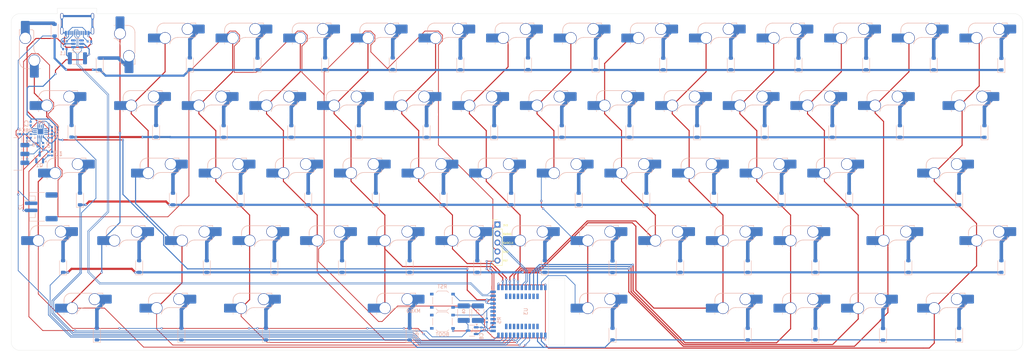
<source format=kicad_pcb>
(kicad_pcb (version 20241229) (generator "pcbnew") (generator_version "9.0")
  (layers (0 "F.Cu" signal) (2 "B.Cu" signal) (13 "F.Paste" user) (15 "B.Paste" user) (5 "F.SilkS" user "F.Silkscreen") (7 "B.SilkS" user "B.Silkscreen") (1 "F.Mask" user) (3 "B.Mask" user) (25 "Edge.Cuts" user))
  (net 0 "")
  (net 1 "+5V")
  (net 2 "GND")
  (net 3 "+BATT")
  (net 4 "+VSW")
  (net 5 "+3.3V")
  (net 6 "Net-(D3-A)")
  (net 7 "ROW0")
  (net 8 "Net-(D4-A)")
  (net 9 "Net-(D5-A)")
  (net 10 "Net-(D6-A)")
  (net 11 "Net-(D7-A)")
  (net 12 "Net-(D8-A)")
  (net 13 "Net-(D9-A)")
  (net 14 "Net-(D10-A)")
  (net 15 "Net-(D11-A)")
  (net 16 "Net-(D12-A)")
  (net 17 "Net-(D13-A)")
  (net 18 "Net-(D14-A)")
  (net 19 "Net-(D15-A)")
  (net 20 "Net-(D16-A)")
  (net 21 "Net-(D17-A)")
  (net 22 "Net-(D18-A)")
  (net 23 "ROW1")
  (net 24 "Net-(D19-A)")
  (net 25 "Net-(D20-A)")
  (net 26 "Net-(D21-A)")
  (net 27 "Net-(D22-A)")
  (net 28 "Net-(D23-A)")
  (net 29 "Net-(D24-A)")
  (net 30 "Net-(D25-A)")
  (net 31 "Net-(D26-A)")
  (net 32 "Net-(D27-A)")
  (net 33 "Net-(D28-A)")
  (net 34 "Net-(D29-A)")
  (net 35 "Net-(D30-A)")
  (net 36 "Net-(D31-A)")
  (net 37 "Net-(D32-A)")
  (net 38 "ROW2")
  (net 39 "Net-(D33-A)")
  (net 40 "Net-(D34-A)")
  (net 41 "Net-(D35-A)")
  (net 42 "Net-(D36-A)")
  (net 43 "Net-(D37-A)")
  (net 44 "Net-(D38-A)")
  (net 45 "Net-(D39-A)")
  (net 46 "Net-(D40-A)")
  (net 47 "Net-(D41-A)")
  (net 48 "Net-(D42-A)")
  (net 49 "Net-(D43-A)")
  (net 50 "Net-(D44-A)")
  (net 51 "ROW3")
  (net 52 "Net-(D45-A)")
  (net 53 "Net-(D46-A)")
  (net 54 "Net-(D47-A)")
  (net 55 "Net-(D48-A)")
  (net 56 "Net-(D49-A)")
  (net 57 "Net-(D50-A)")
  (net 58 "Net-(D51-A)")
  (net 59 "Net-(D52-A)")
  (net 60 "Net-(D53-A)")
  (net 61 "Net-(D54-A)")
  (net 62 "Net-(D55-A)")
  (net 63 "Net-(D56-A)")
  (net 64 "Net-(D57-A)")
  (net 65 "Net-(D58-A)")
  (net 66 "Net-(D59-A)")
  (net 67 "ROW4")
  (net 68 "Net-(D60-A)")
  (net 69 "Net-(D61-A)")
  (net 70 "Net-(D62-A)")
  (net 71 "Net-(D63-A)")
  (net 72 "Net-(D64-A)")
  (net 73 "Net-(D65-A)")
  (net 74 "Net-(D66-A)")
  (net 75 "Net-(D67-A)")
  (net 76 "Net-(F1-Pad1)")
  (net 78 "D-")
  (net 79 "Net-(J1-VBUS-PadA4_B9)")
  (net 80 "D+")
  (net 81 "Net-(J1-CC2)")
  (net 82 "Net-(J1-CC1)")
  (net 84 "COL0")
  (net 85 "COL1")
  (net 86 "COL2")
  (net 87 "COL3")
  (net 88 "COL4")
  (net 89 "COL5")
  (net 90 "COL6")
  (net 91 "COL7")
  (net 92 "COL8")
  (net 93 "COL9")
  (net 94 "COL10")
  (net 95 "COL11")
  (net 96 "COL12")
  (net 97 "COL13")
  (net 98 "COL14")
  (net 99 "Net-(Q1-G)")
  (net 100 "SYSOFF")
  (net 101 "Net-(U5-ISET)")
  (net 102 "Net-(U5-ILIM)")
  (net 103 "BOOT")
  (net 104 "Net-(U5-TMR)")
  (net 105 "Net-(U5-TS)")
  (net 106 "Net-(SW1-A)")
  (net 107 "RST")
  (net 117 "SWDIO")
  (net 120 "SWDCLK")
  (footprint "Connector_PinHeader_2.54mm:PinHeader_1x05_P2.54mm_Vertical" (layer "F.Cu") (at 206.5 162)
    (property "Reference" "REF**" (hide yes))
    (property "Value" "PinHeader_1x05_P2.54mm_Vertical")
  )
  (footprint "Diode_SMD:D_SOD-123" (layer "B.Cu") (at 162.71875 173.83125 90)
    (property "Reference" "D49" (hide yes))
    (property "Value" "D_Small")
  )
  (footprint "Resistor_SMD:R_0402_1005Metric" (layer "B.Cu") (at 75 137 -90)
    (property "Reference" "R7")
    (property "Value" "10k")
  )
  (footprint "Diode_SMD:D_SOD-123" (layer "B.Cu") (at 117.475 192.88125 90)
    (property "Reference" "D60" (hide yes))
    (property "Value" "D_Small")
  )
  (footprint "marbastlib-mx:SW_MX_HS_CPG151101S11_1u" (layer "B.Cu") (at 183.35625 130.96875 180)
    (property "Reference" "MX21" (hide yes))
    (property "Value" "MX_SW_HS")
  )
  (footprint "Diode_SMD:D_SOD-123" (layer "B.Cu") (at 84.1375 173.83125 90)
    (property "Reference" "D45" (hide yes))
    (property "Value" "D_Small")
  )
  (footprint "Diode_SMD:D_SOD-123" (layer "B.Cu") (at 286.54375 154.78125 90)
    (property "Reference" "D42" (hide yes))
    (property "Value" "D_Small")
  )
  (footprint "marbastlib-mx:SW_MX_HS_CPG151101S11_1u" (layer "B.Cu") (at 235.74375 188.11875 180)
    (property "Reference" "MX61" (hide yes))
    (property "Value" "MX_SW_HS")
  )
  (footprint "marbastlib-mx:SW_MX_HS_CPG151101S11_1u" (layer "B.Cu") (at 230.98125 111.91875 180)
    (property "Reference" "MX9" (hide yes))
    (property "Value" "MX_SW_HS")
  )
  (footprint "Diode_SMD:D_SOD-123" (layer "B.Cu") (at 138.90625 116.68125 90)
    (property "Reference" "D6" (hide yes))
    (property "Value" "D_Small")
  )
  (footprint "marbastlib-mx:SW_MX_HS_CPG151101S11_1u" (layer "B.Cu") (at 154.78125 111.91875 180)
    (property "Reference" "MX5" (hide yes))
    (property "Value" "MX_SW_HS")
  )
  (footprint "Diode_SMD:D_SOD-123" (layer "B.Cu") (at 119.85625 116.61875 90)
    (property "Reference" "D5" (hide yes))
    (property "Value" "D_Small")
  )
  (footprint "marbastlib-mx:SW_MX_HS_CPG151101S11_1u" (layer "B.Cu") (at 278.60625 130.96875 180)
    (property "Reference" "MX26" (hide yes))
    (property "Value" "MX_SW_HS")
  )
  (footprint "marbastlib-mx:SW_MX_HS_CPG151101S11_1u" (layer "B.Cu") (at 78.58125 111.91875 -90)
    (property "Reference" "MX1" (hide yes))
    (property "Value" "MX_SW_HS")
  )
  (footprint "marbastlib-mx:SW_MX_HS_CPG151101S11_1u" (layer "B.Cu") (at 250.03125 111.91875 180)
    (property "Reference" "MX10" (hide yes))
    (property "Value" "MX_SW_HS")
  )
  (footprint "marbastlib-mx:SW_MX_HS_CPG151101S11_1u" (layer "B.Cu") (at 145.25625 130.96875 180)
    (property "Reference" "MX19" (hide yes))
    (property "Value" "MX_SW_HS")
  )
  (footprint "Diode_SMD:D_SOD-123" (layer "B.Cu") (at 124.61875 173.83125 90)
    (property "Reference" "D47" (hide yes))
    (property "Value" "D_Small")
  )
  (footprint "Diode_SMD:D_SOD-123" (layer "B.Cu") (at 110.33125 135.66875 90)
    (property "Reference" "D19" (hide yes))
    (property "Value" "D_Small")
  )
  (footprint "Diode_SMD:D_SOD-123" (layer "B.Cu") (at 277.01875 173.83125 90)
    (property "Reference" "D55" (hide yes))
    (property "Value" "D_Small")
  )
  (footprint "marbastlib-various:nRF52840_holyiot_18010" (layer "B.Cu") (at 214.281 186.5 90)
    (property "Reference" "U3")
    (property "Value" "nRF52840_holyiot_18010")
  )
  (footprint "marbastlib-mx:SW_MX_HS_CPG151101S11_1u" (layer "B.Cu") (at 121.44375 169.06875 180)
    (property "Reference" "MX45" (hide yes))
    (property "Value" "MX_SW_HS")
  )
  (footprint "Package_TO_SOT_SMD:SOT-23-6" (layer "B.Cu") (at 88.18 111)
    (property "Reference" "U1" (hide yes))
    (property "Value" "SRV05-4-P-T7" (hide yes))
  )
  (footprint "marbastlib-mx:SW_MX_HS_CPG151101S11_1u" (layer "B.Cu") (at 292.89375 188.11875 180)
    (property "Reference" "MX63" (hide yes))
    (property "Value" "MX_SW_HS")
  )
  (footprint "Diode_SMD:D_SOD-123" (layer "B.Cu") (at 291.30625 116.68125 90)
    (property "Reference" "D14" (hide yes))
    (property "Value" "D_Small")
  )
  (footprint "Diode_SMD:D_SOD-123" (layer "B.Cu") (at 205.58125 135.73125 90)
    (property "Reference" "D24" (hide yes))
    (property "Value" "D_Small")
  )
  (footprint "marbastlib-mx:SW_MX_HS_CPG151101S11_1u" (layer "B.Cu") (at 188.11875 150.01875 180)
    (property "Reference" "MX35" (hide yes))
    (property "Value" "MX_SW_HS")
  )
  (footprint "marbastlib-mx:SW_MX_HS_CPG151101S11_1u" (layer "B.Cu") (at 83.34375 130.96875 180)
    (property "Reference" "MX16" (hide yes))
    (property "Value" "MX_SW_HS")
  )
  (footprint "marbastlib-mx:SW_MX_HS_CPG151101S11_1u" (layer "B.Cu") (at 273.84375 169.06875 180)
    (property "Reference" "MX53" (hide yes))
    (property "Value" "MX_SW_HS")
  )
  (footprint "Button_Switch_SMD:SW_Push_1P1T_XKB_TS-1187A" (layer "B.Cu") (at 191 189.4125 180)
    (property "Reference" "BOOT")
    (property "Value" "TS-1187-A-B-A-B")
  )
  (footprint "marbastlib-mx:SW_MX_HS_CPG151101S11_1u" (layer "B.Cu") (at 85.725 150.01875 180)
    (property "Reference" "MX30" (hide yes))
    (property "Value" "MX_SW_HS")
  )
  (footprint "Diode_SMD:D_SOD-123" (layer "B.Cu") (at 210.34375 154.78125 90)
    (property "Reference" "D38" (hide yes))
    (property "Value" "D_Small")
  )
  (footprint "Resistor_SMD:R_1812_4532Metric" (layer "B.Cu") (at 88.18 115.09375)
    (property "Reference" "F1" (hide yes))
    (property "Value" "MF-MSMF075-2")
  )
  (footprint "Diode_SMD:D_SOD-123" (layer "B.Cu") (at 172.24375 154.78125 90)
    (property "Reference" "D36" (hide yes))
    (property "Value" "D_Small")
  )
  (footprint "marbastlib-mx:SW_MX_HS_CPG151101S11_1u" (layer "B.Cu") (at 221.45625 130.96875 180)
    (property "Reference" "MX23" (hide yes))
    (property "Value" "MX_SW_HS")
  )
  (footprint "marbastlib-mx:SW_MX_HS_CPG151101S11_1u" (layer "B.Cu") (at 269.08125 111.91875 180)
    (property "Reference" "MX11" (hide yes))
    (property "Value" "MX_SW_HS")
  )
  (footprint "Diode_SMD:D_SOD-123" (layer "B.Cu") (at 81.75625 107.15625 90)
    (property "Reference" "D3" (hide yes))
    (property "Value" "D_Small")
  )
  (footprint "Capacitor_SMD:C_1812_4532Metric" (layer "B.Cu") (at 201 187 90)
    (property "Reference" "C7")
    (property "Value" "1u")
  )
  (footprint "marbastlib-mx:SW_MX_HS_CPG151101S11_1u" (layer "B.Cu") (at 140.49375 169.06875 180)
    (property "Reference" "MX46" (hide yes))
    (property "Value" "MX_SW_HS")
  )
  (footprint "Diode_SMD:D_SOD-123" (layer "B.Cu") (at 234.15625 116.68125 90)
    (property "Reference" "D11" (hide yes))
    (property "Value" "D_Small")
  )
  (footprint "Diode_SMD:D_SOD-123" (layer "B.Cu") (at 186.53125 135.73125 90)
    (property "Reference" "D23" (hide yes))
    (property "Value" "D_Small")
  )
  (footprint "Diode_SMD:D_SOD-123" (layer "B.Cu") (at 253.20625 116.68125 90)
    (property "Reference" "D12" (hide yes))
    (property "Value" "D_Small")
  )
  (footprint "marbastlib-mx:SW_MX_HS_CPG151101S11_1u" (layer "B.Cu") (at 126.20625 130.96875 180)
    (property "Reference" "MX18" (hide yes))
    (property "Value" "MX_SW_HS")
  )
  (footprint "marbastlib-mx:SW_MX_HS_CPG151101S11_1u" (layer "B.Cu") (at 197.64375 169.06875 180)
    (property "Reference" "MX49" (hide yes))
    (property "Value" "MX_SW_HS")
  )
  (footprint "typeC:HRO_TYPE-C-31-M-12" (layer "B.Cu") (at 88.10625 103.1875)
    (property "Reference" "J1" (hide yes))
    (property "Value" "TYPE-C-31-M-12")
  )
  (footprint "Diode_SMD:D_SOD-123" (layer "B.Cu") (at 262.73125 135.73125 90)
    (property "Reference" "D27" (hide yes))
    (property "Value" "D_Small")
  )
  (footprint "Button_Switch_SMD:SW_Push_1P1T_XKB_TS-1187A" (layer "B.Cu") (at 191 183.5 180)
    (property "Reference" "RST")
    (property "Value" "TS-1187-A-B-A-B")
  )
  (footprint "Diode_SMD:D_SOD-123" (layer "B.Cu") (at 348.45625 116.74375 90)
    (property "Reference" "D17" (hide yes))
    (property "Value" "D_Small")
  )
  (footprint "marbastlib-mx:SW_MX_HS_CPG151101S11_1u" (layer "B.Cu") (at 202.40625 130.96875 180)
    (property "Reference" "MX22" (hide yes))
    (property "Value" "MX_SW_HS")
  )
  (footprint "Diode_SMD:D_SOD-123" (layer "B.Cu") (at 300.83125 135.73125 90)
    (property "Reference" "D29" (hide yes))
    (property "Value" "D_Small")
  )
  (footprint "Diode_SMD:D_SOD-123" (layer "B.Cu") (at 86.51875 135.66875 90)
    (property "Reference" "D18" (hide yes))
    (property "Value" "D_Small")
  )
  (footprint "Diode_SMD:D_SOD-123" (layer "B.Cu") (at 181.76875 192.88125 90)
    (property "Reference" "D62")
    (property "Value" "D_Small")
  )
  (footprint "Button_Switch_SMD:SW_SPDT_CK_JS102011SAQN" (layer "B.Cu") (at 70.64375 142.08125 90)
    (property "Reference" "SW1" (hide yes))
    (property "Value" "PWR")
  )
  (footprint "Diode_SMD:D_SOD-123" (layer "B.Cu") (at 143.66875 173.83125 90)
    (property "Reference" "D48" (hide yes))
    (property "Value" "D_Small")
  )
  (footprint "marbastlib-mx:SW_MX_HS_CPG151101S11_1u" (layer "B.Cu") (at 340.51875 130.96875 180)
    (property "Reference" "MX29" (hide yes))
    (property "Value" "MX_SW_HS")
  )
  (footprint "Diode_SMD:D_SOD-123" (layer "B.Cu") (at 229.39375 154.78125 90)
    (property "Reference" "D39" (hide yes))
    (property "Value" "D_Small")
  )
  (footprint "marbastlib-mx:SW_MX_HS_CPG151101S11_1u" (layer "B.Cu") (at 264.31875 150.01875 180)
    (property "Reference" "MX39" (hide yes))
    (property "Value" "MX_SW_HS")
  )
  (footprint "marbastlib-mx:SW_MX_HS_CPG151101S11_1u" (layer "B.Cu") (at 135.73125 111.91875 180)
    (property "Reference" "MX4" (hide yes))
    (property "Value" "MX_SW_HS")
  )
  (footprint "marbastlib-mx:SW_MX_HS_CPG151101S11_1u" (layer "B.Cu") (at 319.0875 169.06875 180)
    (property "Reference" "MX55" (hide yes))
    (property "Value" "MX_SW_HS")
  )
  (footprint "marbastlib-mx:SW_MX_HS_CPG151101S11_1u" (layer "B.Cu") (at 345.28125 169.06875 180)
    (property "Reference" "MX56" (hide yes))
    (property "Value" "MX_SW_HS")
  )
  (footprint "Diode_SMD:D_SOD-123" (layer "B.Cu") (at 238.91875 173.89375 90)
    (property "Reference" "D53" (hide yes))
    (property "Value" "D_Small")
  )
  (footprint "Package_TO_SOT_SMD:SOT-23-3" (layer "B.Cu") (at 199.3625 191.93125 180)
    (property "Reference" "U4")
    (property "Value" "XC6206P332MR-G")
  )
  (footprint "Diode_SMD:D_SOD-123" (layer "B.Cu") (at 191.29375 154.78125 90)
    (property "Reference" "D37" (hide yes))
    (property "Value" "D_Small")
  )
  (footprint "marbastlib-mx:SW_MX_HS_CPG151101S11_1u" (layer "B.Cu") (at 150.01875 150.01875 180)
    (property "Reference" "MX33" (hide yes))
    (property "Value" "MX_SW_HS")
  )
  (footprint "Resistor_SMD:R_0402_1005Metric" (layer "B.Cu") (at 77 139.5 -90)
    (property "Reference" "R3")
    (property "Value" "3.4k")
  )
  (footprint "Inductor_SMD:L_0402_1005Metric" (layer "B.Cu") (at 84.6475 112.5)
    (property "Reference" "L1")
    (property "Value" "BLM15PX121SN1D")
  )
  (footprint "marbastlib-mx:SW_MX_HS_CPG151101S11_1u" (layer "B.Cu") (at 80.9625 169.06875 180)
    (property "Reference" "MX43" (hide yes))
    (property "Value" "MX_SW_HS")
  )
  (footprint "marbastlib-mx:SW_MX_HS_CPG151101S11_1u" (layer "B.Cu") (at 302.41875 150.01875 180)
    (property "Reference" "MX41" (hide yes))
    (property "Value" "MX_SW_HS")
  )
  (footprint "Diode_SMD:D_SOD-123" (layer "B.Cu") (at 153.19375 154.78125 90)
    (property "Reference" "D35" (hide yes))
    (property "Value" "D_Small")
  )
  (footprint "Resistor_SMD:R_0402_1005Metric" (layer "B.Cu") (at 78.5 139.5 -90)
    (property "Reference" "R6")
    (property "Value" "47k")
  )
  (footprint "Diode_SMD:D_SOD-123" (layer "B.Cu") (at 281.78125 135.73125 90)
    (property "Reference" "D28" (hide yes))
    (property "Value" "D_Small")
  )
  (footprint "Diode_SMD:D_SOD-123" (layer "B.Cu") (at 348.45625 173.83125 90)
    (property "Reference" "D57" (hide yes))
    (property "Value" "D_Small")
  )
  (footprint "marbastlib-mx:SW_MX_HS_CPG151101S11_1u" (layer "B.Cu") (at 297.65625 130.96875 180)
    (property "Reference" "MX27" (hide yes))
    (property "Value" "MX_SW_HS")
  )
  (footprint "marbastlib-mx:SW_MX_HS_CPG151101S11_1u" (layer "B.Cu") (at 311.94375 188.11875 180)
    (property "Reference" "MX64" (hide yes))
    (property "Value" "MX_SW_HS")
  )
  (footprint "marbastlib-mx:SW_MX_HS_CPG151101S11_1u" (layer "B.Cu") (at 316.70625 130.96875 180)
    (property "Reference" "MX28" (hide yes))
    (property "Value" "MX_SW_HS")
  )
  (footprint "marbastlib-mx:SW_MX_HS_CPG151101S11_1u" (layer "B.Cu") (at 216.69375 169.06875 180)
    (property "Reference" "MX50" (hide yes))
    (property "Value" "MX_SW_HS")
  )
  (footprint "Diode_SMD:D_SOD-123" (layer "B.Cu") (at 105.56875 173.83125 90)
    (property "Reference" "D46" (hide yes))
    (property "Value" "D_Small")
  )
  (footprint "Diode_SMD:D_SOD-123" (layer "B.Cu") (at 343.69375 135.73125 90)
    (property "Reference" "D31" (hide yes))
    (property "Value" "D_Small")
  )
  (footprint "marbastlib-mx:SW_MX_HS_CPG151101S11_1u" (layer "B.Cu") (at 178.59375 169.06875 180)
    (property "Reference" "MX48" (hide yes))
    (property "Value" "MX_SW_HS")
  )
  (footprint "marbastlib-mx:SW_MX_HS_CPG151101S11_1u" (layer "B.Cu") (at 102.39375 169.06875 180)
    (property "Reference" "MX44" (hide yes))
    (property "Value" "MX_SW_HS")
  )
  (footprint "marbastlib-mx:SW_MX_HS_CPG151101S11_1u" (layer "B.Cu") (at 169.06875 150.01875 180)
    (property "Reference" "MX34" (hide yes))
    (property "Value" "MX_SW_HS")
  )
  (footprint "marbastlib-mx:SW_MX_HS_CPG151101S11_1u" (layer "B.Cu") (at 97.63125 111.91875 90)
    (property "Reference" "MX2" (hide yes))
    (property "Value" "MX_SW_HS")
  )
  (footprint "Diode_SMD:D_SOD-123" (layer "B.Cu") (at 157.95625 116.61875 90)
    (property "Reference" "D7" (hide yes))
    (property "Value" "D_Small")
  )
  (footprint "Diode_SMD:D_SOD-123" (layer "B.Cu") (at 196.05625 116.68125 90)
    (property "Reference" "D9" (hide yes))
    (property "Value" "D_Small")
  )
  (footprint "marbastlib-mx:SW_MX_HS_CPG151101S11_1u" (layer "B.Cu") (at 245.26875 150.01875 180)
    (property "Reference" "MX38" (hide yes))
    (property "Value" "MX_SW_HS")
  )
  (footprint "marbastlib-mx:SW_MX_HS_CPG151101S11_1u" (layer "B.Cu") (at 240.50625 130.96875 180)
    (property "Reference" "MX24" (hide yes))
    (property "Value" "MX_SW_HS")
  )
  (footprint "marbastlib-mx:SW_MX_HS_CPG151101S11_1u" (layer "B.Cu") (at 307.18125 111.91875 180)
    (property "Reference" "MX13" (hide yes))
    (property "Value" "MX_SW_HS")
  )
  (footprint "marbastlib-mx:SW_MX_HS_CPG151101S11_1u" (layer "B.Cu") (at 116.68125 111.91875 180)
    (property "Reference" "MX3" (hide yes))
    (property "Value" "MX_SW_HS")
  )
  (footprint "marbastlib-mx:SW_MX_HS_CPG151101S11_1u" (layer "B.Cu") (at 207.16875 150.01875 180)
    (property "Reference" "MX36" (hide yes))
    (property "Value" "MX_SW_HS")
  )
  (footprint "marbastlib-mx:SW_MX_HS_CPG151101S11_1u" (layer "B.Cu") (at 111.91875 150.01875 180)
    (property "Reference" "MX31" (hide yes))
    (property "Value" "MX_SW_HS")
  )
  (footprint "Diode_SMD:D_SOD-123" (layer "B.Cu") (at 257.96875 173.83125 90)
    (property "Reference" "D54" (hide yes))
    (property "Value" "D_Small")
  )
  (footprint "Diode_SMD:D_SOD-123" (layer "B.Cu") (at 88.9 154.78125 90)
    (property "Reference" "D32" (hide yes))
    (property "Value" "D_Small")
  )
  (footprint "Diode_SMD:D_SOD-123" (layer "B.Cu") (at 248.44375 154.78125 90)
    (property "Reference" "D40" (hide yes))
    (property "Value" "D_Small")
  )
  (footprint "Diode_SMD:D_SOD-123" (layer "B.Cu") (at 322.2625 173.83125 90)
    (property "Reference" "D58" (hide yes))
    (property "Value" "D_Small")
  )
  (footprint "marbastlib-mx:SW_MX_HS_CPG151101S11_1u" (layer "B.Cu") (at 114.3 188.11875 180)
    (property "Reference" "MX58" (hide yes))
    (property "Value" "MX_SW_HS")
  )
  (footprint "Diode_SMD:D_SOD-123" (layer "B.Cu") (at 296.06875 173.83125 90)
    (property "Reference" "D56" (hide yes))
    (property "Value" "D_Small")
  )
  (footprint "Diode_SMD:D_SOD-123" (layer "B.Cu") (at 336.55 192.88125 90)
    (property "Reference" "D67" (hide yes))
    (property "Value" "D_Small")
  )
  (footprint "Resistor_SMD:R_0402_1005Metric" (layer "B.Cu") (at 81 137 -90)
    (property "Reference" "R4")
    (property "Value" "1.5k")
  )
  (footprint "Diode_SMD:D_SOD-123" (layer "B.Cu") (at 134.14375 154.78125 90)
    (property "Reference" "D34" (hide yes))
    (property "Value" "D_Small")
  )
  (footprint "Diode_SMD:D_SOD-123" (layer "B.Cu") (at 129.38125 135.73125 90)
    (property "Reference" "D20" (hide yes))
    (property "Value" "D_Small")
  )
  (footprint "Capacitor_SMD:C_0402_1005Metric" (layer "B.Cu") (at 75 133.5 -90)
    (property "Reference" "C3")
    (property "Value" "4.7u")
  )
  (footprint "Diode_SMD:D_SOD-123" (layer "B.Cu") (at 305.59375 154.78125 90)
    (property "Reference" "D43" (hide yes))
    (property "Value" "D_Small")
  )
  (footprint "marbastlib-mx:SW_MX_HS_CPG151101S11_1u" (layer "B.Cu") (at 164.30625 130.96875 180)
    (property "Reference" "MX20" (hide yes))
    (property "Value" "MX_SW_HS")
  )
  (footprint "Diode_SMD:D_SOD-123" (layer "B.Cu") (at 296.06875 192.88125 90)
    (property "Reference" "D65" (hide yes))
    (property "Value" "D_Small")
  )
  (footprint "Capacitor_SMD:C_0402_1005Metric" (layer "B.Cu") (at 202 191.5 90)
    (property "Reference" "C8")
    (property "Value" "100n")
  )
  (footprint "marbastlib-mx:SW_MX_HS_CPG151101S11_1u" (layer "B.Cu") (at 326.23125 111.91875 180)
    (property "Reference" "MX14" (hide yes))
    (property "Value" "MX_SW_HS")
  )
  (footprint "Diode_SMD:D_SOD-123" (layer "B.Cu") (at 272.25625 116.68125 90)
    (property "Reference" "D13" (hide yes))
    (property "Value" "D_Small")
  )
  (footprint "marbastlib-mx:SW_MX_HS_CPG151101S11_1u" (layer "B.Cu") (at 273.84375 188.11875 180)
    (property "Reference" "MX62" (hide yes))
    (property "Value" "MX_SW_HS")
  )
  (footprint "Diode_SMD:D_SOD-123" (layer "B.Cu") (at 177.00625 116.61875 90)
    (property "Reference" "D8" (hide yes))
    (property "Value" "D_Small")
  )
  (footprint "Diode_SMD:D_SOD-123" (layer "B.Cu") (at 243.68125 135.73125 90)
    (property "Reference" "D26" (hide yes))
    (property "Value" "D_Small")
  )
  (footprint "Diode_SMD:D_SOD-123" (layer "B.Cu") (at 148.43125 135.73125 90)
    (property "Reference" "D21" (hide yes))
    (property "Value" "D_Small")
  )
  (footprint "marbastlib-mx:SW_MX_HS_CPG151101S11_1u" (layer "B.Cu") (at 107.15625 130.96875 180)
    (property "Reference" "MX17" (hide yes))
    (property "Value" "MX_SW_HS")
  )
  (footprint "Diode_SMD:D_SOD-123" (layer "B.Cu") (at 336.55 154.78125 90)
    (property "Reference" "D44" (hide yes))
    (property "Value" "D_Small")
  )
  (footprint "Diode_SMD:D_SOD-123" (layer "B.Cu") (at 319.88125 135.73125 90)
    (property "Reference" "D30" (hide yes))
    (property "Value" "D_Small")
  )
  (footprint "Diode_SMD:D_SOD-123" (layer "B.Cu") (at 329.40625 116.68125 90)
    (property "Reference" "D16" (hide yes))
    (property "Value" "D_Small")
  )
  (footprint "Resistor_SMD:R_0402_1005Metric" (layer "B.Cu") (at 203.5 189.01 90)
    (property "Reference" "R5")
    (property "Value" "10k")
  )
  (footprint "marbastlib-mx:SW_MX_HS_CPG151101S11_1u" (layer "B.Cu") (at 178.59375 188.11875 180)
    (property "Reference" "MX60")
    (property "Value" "MX_SW_HS")
  )
  (footprint "Diode_SMD:D_SOD-123" (layer "B.Cu") (at 219.86875 173.83125 90)
    (property "Reference" "D52" (hide yes))
    (property "Value" "D_Small")
  )
  (footprint "marbastlib-mx:SW_MX_HS_CPG151101S11_1u" (layer "B.Cu") (at 235.74375 169.06875 180)
    (property "Reference" "MX51" (hide yes))
    (property "Value" "MX_SW_HS")
  )
  (footprint "Diode_SMD:D_SOD-123" (layer "B.Cu") (at 181.76875 173.83125 90)
    (property "Reference" "D50" (hide yes))
    (property "Value" "D_Small")
  )
  (footprint "Diode_SMD:D_SOD-123" (layer "B.Cu") (at 141.2875 192.88125 90)
    (property "Reference" "D61" (hide yes))
    (property "Value" "D_Small")
  )
  (footprint "marbastlib-mx:SW_MX_HS_CPG151101S11_1u" (layer "B.Cu") (at 211.93125 111.91875 180)
    (property "Reference" "MX8" (hide yes))
    (property "Value" "MX_SW_HS")
  )
  (footprint "Diode_SMD:D_SOD-123" (layer "B.Cu") (at 115.09375 154.78125 90)
    (property "Reference" "D33" (hide yes))
    (property "Value" "D_Small")
  )
  (footprint "Diode_SMD:D_SOD-123" (layer "B.Cu") (at 238.91875 192.88125 90)
    (property "Reference" "D63" (hide yes))
    (property "Value" "D_Small")
  )
  (footprint "marbastlib-mx:SW_MX_HS_CPG151101S11_1u" (layer "B.Cu") (at 333.375 150.01875 180)
    (property "Reference" "MX42" (hide yes))
    (property "Value" "MX_SW_HS")
  )
  (footprint "Diode_SMD:D_SOD-123" (layer "B.Cu") (at 215.10625 116.61875 90)
    (property "Reference" "D10" (hide yes))
    (property "Value" "D_Small")
  )
  (footprint "marbastlib-mx:SW_MX_HS_CPG151101S11_1u" (layer "B.Cu") (at 130.96875 150.01875 180)
    (property "Reference" "MX32" (hide yes))
    (property "Value" "MX_SW_HS")
  )
  (footprint "Diode_SMD:D_SOD-123" (layer "B.Cu") (at 200.81875 173.83125 90)
    (property "Reference" "D51" (hide yes))
    (property "Value" "D_Small")
  )
  (footprint "marbastlib-mx:SW_MX_HS_CPG151101S11_1u" (layer "B.Cu") (at 259.55625 130.96875 180)
    (property "Reference" "MX25" (hide yes))
    (property "Value" "MX_SW_HS")
  )
  (footprint "marbastlib-mx:SW_MX_HS_CPG151101S11_1u" (layer "B.Cu") (at 345.28125 111.91875 180)
    (property "Reference" "MX15" (hide yes))
    (property "Value" "MX_SW_HS")
  )
  (footprint "marbastlib-mx:SW_MX_HS_CPG151101S11_1u" (layer "B.Cu") (at 254.79375 169.06875 180)
    (property "Reference" "MX52" (hide yes))
    (property "Value" "MX_SW_HS")
  )
  (footprint "marbastlib-mx:SW_MX_HS_CPG151101S11_1u" (layer "B.Cu") (at 226.21875 150.01875 180)
    (property "Reference" "MX37" (hide yes))
    (property "Value" "MX_SW_HS")
  )
  (footprint "marbastlib-mx:SW_MX_HS_CPG151101S11_1u" (layer "B.Cu") (at 159.54375 169.06875 180)
    (property "Reference" "MX47" (hide yes))
    (property "Value" "MX_SW_HS")
  )
  (footprint "marbastlib-mx:SW_MX_HS_CPG151101S11_1u" (layer "B.Cu") (at 173.83125 111.91875 180)
    (property "Reference" "MX6" (hide yes))
    (property "Value" "MX_SW_HS")
  )
  (footprint "Capacitor_SMD:C_0402_1005Metric" (layer "B.Cu") (at 72.5 136.5 180)
    (property "Reference" "C4")
    (property "Value" "4.7u")
  )
  (footprint "Capacitor_SMD:C_0402_1005Metric" (layer "B.Cu") (at 81 135 -90)
    (property "Reference" "C5")
    (property "Value" "4.7u")
  )
  (footprint "Package_DFN_QFN:VQFN-16-1EP_3x3mm_P0.5mm_EP1.6x1.6mm" (layer "B.Cu") (at 77.7875 135.75)
    (property "Reference" "U5")
    (property "Value" "BQ24075RGT")
  )
  (footprint "marbastlib-mx:SW_MX_HS_CPG151101S11_1u" (layer "B.Cu") (at 192.88125 111.91875 180)
    (property "Reference" "MX7" (hide yes))
    (property "Value" "MX_SW_HS")
  )
  (footprint "Diode_SMD:D_SOD-123" (layer "B.Cu") (at 315.11875 192.94375 90)
    (property "Reference" "D66" (hide yes))
    (property "Value" "D_Small")
  )
  (footprint "Resistor_SMD:R_0402_1005Metric" (layer "B.Cu") (at 80 142 90)
    (property "Reference" "R9")
    (property "Value" "10k")
  )
  (footprint "Resistor_SMD:R_0402_1005Metric" (layer "B.Cu") (at 84.6475 110.33125 180)
    (property "Reference" "R2" (hide yes))
    (property "Value" "5.1k")
  )
  (footprint "Package_TO_SOT_SMD:SOT-23" (layer "B.Cu") (at 77.55 143.0625 90)
    (property "Reference" "Q1")
    (property "Value" "2N7002")
  )
  (footprint "Resistor_SMD:R_0402_1005Metric" (layer "B.Cu") (at 81 142.01 -90)
    (property "Reference" "R10")
    (property "Value" "100R")
  )
  (footprint "Resistor_SMD:R_0402_1005Metric" (layer "B.Cu") (at 74 137.01 -90)
    (property "Reference" "R8")
    (property "Value" "10k")
  )
  (footprint "marbastlib-mx:SW_MX_HS_CPG151101S11_1u" (layer "B.Cu") (at 292.89375 169.06875 180)
    (property "Reference" "MX54" (hide yes))
    (property "Value" "MX_SW_HS")
  )
  (footprint "Diode_SMD:D_SOD-123" (layer "B.Cu") (at 277.01875 192.88125 90)
    (property "Reference" "D64" (hide yes))
    (property "Value" "D_Small")
  )
  (footprint "Diode_SMD:D_SOD-123" (layer "B.Cu") (at 93.6625 192.88125 90)
    (property "Reference" "D59" (hide yes))
    (property "Value" "D_Small")
  )
  (footprint "Capacitor_SMD:C_1812_4532Metric" (layer "B.Cu") (at 197 187 90)
    (property "Reference" "C6")
    (property "Value" "1u")
  )
  (footprint "Connector_JST:JST_PH_S2B-PH-SM4-TB_1x02-1MP_P2.00mm_Horizontal" (layer "B.Cu") (at 78 157 -90)
    (property "Reference" "J2")
    (property "Value" "S2B-PH-SM4-TB")
  )
  (footprint "marbastlib-mx:SW_MX_HS_CPG151101S11_1u" (layer "B.Cu") (at 333.375 188.11875 180)
    (property "Reference" "MX65" (hide yes))
    (property "Value" "MX_SW_HS")
  )
  (footprint "Diode_SMD:D_SOD-123" (layer "B.Cu") (at 94.45625 116.68125 90)
    (property "Reference" "D4" (hide yes))
    (property "Value" "D_Small")
  )
  (footprint "Diode_SMD:D_SOD-123" (layer "B.Cu") (at 267.49375 154.78125 90)
    (property "Reference" "D41" (hide yes))
    (property "Value" "D_Small")
  )
  (footprint "marbastlib-mx:SW_MX_HS_CPG151101S11_1u" (layer "B.Cu") (at 283.36875 150.01875 180)
    (property "Reference" "MX40" (hide yes))
    (property "Value" "MX_SW_HS")
  )
  (footprint "marbastlib-mx:SW_MX_HS_CPG151101S11_1u" (layer "B.Cu") (at 288.13125 111.91875 180)
    (property "Reference" "MX12" (hide yes))
    (property "Value" "MX_SW_HS")
  )
  (footprint "Resistor_SMD:R_0402_1005Metric" (layer "B.Cu") (at 91.565 110.33125 180)
    (property "Reference" "R1" (hide yes))
    (property "Value" "5.1k")
  )
  (footprint "marbastlib-mx:SW_MX_HS_CPG151101S11_1u" (layer "B.Cu") (at 138.1125 188.11875 180)
    (property "Reference" "MX59" (hide yes))
    (property "Value" "MX_SW_HS")
  )
  (footprint "Diode_SMD:D_SOD-123" (layer "B.Cu") (at 224.63125 135.73125 90)
    (property "Reference" "D25" (hide yes))
    (property "Value" "D_Small")
  )
  (footprint "Diode_SMD:D_SOD-123" (layer "B.Cu") (at 310.35625 116.68125 90)
    (property "Reference" "D15" (hide yes))
    (property "Value" "D_Small")
  )
  (footprint "Diode_SMD:D_SOD-123" (layer "B.Cu") (at 167.48125 135.73125 90)
    (property "Reference" "D22" (hide yes))
    (property "Value" "D_Small")
  )
  (footprint "marbastlib-mx:SW_MX_HS_CPG151101S11_1u" (layer "B.Cu") (at 90.4875 188.11875 180)
    (property "Reference" "MX57" (hide yes))
    (property "Value" "MX_SW_HS")
  )
  (gr_line (start 72 197.5) (end 352 197.5) (stroke (width 0.05)) (layer "Edge.Cuts"))
  (gr_line (start 93.6625 101) (end 82.5 101) (stroke (width 0.05)) (layer "Edge.Cuts"))
  (gr_line (start 82.5 102.5) (end 82.5 101) (stroke (width 0.05)) (layer "Edge.Cuts"))
  (gr_arc (start 354.5 195) (mid 353.767767 196.767767) (end 352 197.5) (stroke (width 0.05)) (layer "Edge.Cuts"))
  (gr_arc (start 72 197.5) (mid 70.232233 196.767767) (end 69.5 195) (stroke (width 0.05)) (layer "Edge.Cuts"))
  (gr_arc (start 69.5 105) (mid 70.232233 103.232233) (end 72 102.5) (stroke (width 0.05)) (layer "Edge.Cuts"))
  (gr_line (start 225.5 177) (end 221 177) (stroke (width 0.05)) (layer "Edge.Cuts"))
  (gr_line (start 93.6625 101) (end 93.6625 102.5) (stroke (width 0.05)) (layer "Edge.Cuts"))
  (gr_line (start 225.5 196) (end 225.5 177) (stroke (width 0.05)) (layer "Edge.Cuts"))
  (gr_line (start 82.5 102.5) (end 72 102.5) (stroke (width 0.05)) (layer "Edge.Cuts"))
  (gr_line (start 352 102.5) (end 93.6625 102.5) (stroke (width 0.05)) (layer "Edge.Cuts"))
  (gr_line (start 69.5 105) (end 69.5 195) (stroke (width 0.05)) (layer "Edge.Cuts"))
  (gr_line (start 221 177) (end 221 196) (stroke (width 0.05)) (layer "Edge.Cuts"))
  (gr_line (start 354.5 105) (end 354.5 195) (stroke (width 0.05)) (layer "Edge.Cuts"))
  (gr_arc (start 352 102.5) (mid 353.767767 103.232233) (end 354.5 105) (stroke (width 0.05)) (layer "Edge.Cuts"))
  (gr_line (start 221 196) (end 225.5 196) (stroke (width 0.05)) (layer "Edge.Cuts"))
  (gr_text "3V3" (at 208 162.5 0) (layer "F.SilkS") (effects (font (size 0.5 0.5) (thickness 0.1)) (justify left bottom)))
  (gr_text "SWDIO" (at 208 165 0) (layer "F.SilkS") (effects (font (size 0.5 0.5) (thickness 0.125) (bold yes)) (justify left bottom)))
  (gr_text "GND" (at 208 170 0) (layer "F.SilkS") (effects (font (size 0.5 0.5) (thickness 0.1)) (justify left bottom)))
  (gr_text "RST" (at 208 172.5 0) (layer "F.SilkS") (effects (font (size 0.5 0.5) (thickness 0.1)) (justify left bottom)))
  (gr_text "SWDCLK" (at 208 167.5 0) (layer "F.SilkS") (effects (font (size 0.5 0.5) (thickness 0.1)) (justify left bottom)))
  (segment (start 203.527164 183.178634) (end 203.505798 183.2) (width 0.3) (layer "F.Cu") (net 1))
  (segment (start 90.38025 138.11975) (end 90.38125 138.11875) (width 0.3) (layer "F.Cu") (net 1))
  (segment (start 84 138.11975) (end 90.38025 138.11975) (width 0.3) (layer "F.Cu") (net 1))
  (segment (start 89.91125 115.5) (end 85 115.5) (width 0.3) (layer "F.Cu") (net 1))
  (segment (start 200.7 183.2) (end 198 180.5) (width 0.3) (layer "F.Cu") (net 1))
  (segment (start 203.505798 183.2) (end 200.7 183.2) (width 0.3) (layer "F.Cu") (net 1))
  (segment (start 198 180.5) (end 198 174.5) (width 0.3) (layer "F.Cu") (net 1))
  (segment (start 85 115.5) (end 82 118.5) (width 0.3) (layer "F.Cu") (net 1))
  (segment (start 91.455625 113.955625) (end 89.91125 115.5) (width 0.3) (layer "F.Cu") (net 1))
  (segment (start 90.38125 138.11875) (end 101 138.11875) (width 0.3) (layer "F.Cu") (net 1))
  (segment (start 82 118.5) (end 82 119.5) (width 0.3) (layer "F.Cu") (net 1))
  (via (at 198 174.5) (size 0.6) (drill 0.3) (layers "F.Cu" "B.Cu") (net 1))
  (via (at 203.527164 183.178634) (size 0.6) (drill 0.3) (layers "F.Cu" "B.Cu") (net 1))
  (via (at 91.455625 113.955625) (size 0.6) (drill 0.3) (layers "F.Cu" "B.Cu") (net 1))
  (via (at 101 138.11875) (size 0.6) (drill 0.3) (layers "F.Cu" "B.Cu") (net 1))
  (via (at 84 138.11975) (size 0.6) (drill 0.3) (layers "F.Cu" "B.Cu") (net 1))
  (via (at 82 119.5) (size 0.6) (drill 0.3) (layers "F.Cu" "B.Cu") (net 1))
  (segment (start 112.45775 165.04225) (end 112.5 165) (width 0.3) (layer "B.Cu") (net 1))
  (segment (start 82 119.5) (end 78.5 123) (width 0.3) (layer "B.Cu") (net 1))
  (segment (start 74 123.5) (end 74 131) (width 0.3) (layer "B.Cu") (net 1))
  (segment (start 89.979999 111) (end 89.3175 111) (width 0.3) (layer "B.Cu") (net 1))
  (segment (start 112.5 165) (end 101 153.5) (width 0.3) (layer "B.Cu") (net 1))
  (segment (start 198 174.5) (end 119.17313 174.5) (width 0.3) (layer "B.Cu") (net 1))
  (segment (start 101 153.5) (end 101 138.11875) (width 0.3) (layer "B.Cu") (net 1))
  (segment (start 75 133.02) (end 75 132.4895) (width 0.2) (layer "B.Cu") (net 1))
  (segment (start 82.5 137.5) (end 81 139) (width 0.3) (layer "B.Cu") (net 1))
  (segment (start 91.5 113.91125) (end 91.5 112.520001) (width 0.3) (layer "B.Cu") (net 1))
  (segment (start 81 139) (end 81 141.5) (width 0.3) (layer "B.Cu") (net 1))
  (segment (start 82.5 134.5) (end 82.5 137.5) (width 0.3) (layer "B.Cu") (net 1))
  (segment (start 74 131) (end 75.24475 132.24475) (width 0.3) (layer "B.Cu") (net 1))
  (segment (start 80.35 139) (end 78.5375 137.1875) (width 0.3) (layer "B.Cu") (net 1))
  (segment (start 91.5 112.520001) (end 89.979999 111) (width 0.3) (layer "B.Cu") (net 1))
  (segment (start 74.5 123) (end 74 123.5) (width 0.3) (layer "B.Cu") (net 1))
  (segment (start 75 132.4895) (end 75.24475 132.24475) (width 0.2) (layer "B.Cu") (net 1))
  (segment (start 84 138.11975) (end 83.11975 138.11975) (width 0.3) (layer "B.Cu") (net 1))
  (segment (start 112.45775 167.78462) (end 112.45775 165.04225) (width 0.3) (layer "B.Cu") (net 1))
  (segment (start 80.24475 132.24475) (end 82.5 134.5) (width 0.3) (layer "B.Cu") (net 1))
  (segment (start 81 139) (end 80.35 139) (width 0.3) (layer "B.Cu") (net 1))
  (segment (start 78.5 123) (end 74.5 123) (width 0.3) (layer "B.Cu") (net 1))
  (segment (start 90.3175 115.09375) (end 91.455625 113.955625) (width 0.3) (layer "B.Cu") (net 1))
  (segment (start 203.54853 183.2) (end 205.281 183.2) (width 0.3) (layer "B.Cu") (net 1))
  (segment (start 91.455625 113.955625) (end 91.5 113.91125) (width 0.3) (layer "B.Cu") (net 1))
  (segment (start 119.17313 174.5) (end 112.45775 167.78462) (width 0.3) (layer "B.Cu") (net 1))
  (segment (start 75.24475 132.24475) (end 80.24475 132.24475) (width 0.3) (layer "B.Cu") (net 1))
  (segment (start 203.527164 183.178634) (end 203.54853 183.2) (width 0.3) (layer "B.Cu") (net 1))
  (segment (start 83.11975 138.11975) (end 82.5 137.5) (width 0.3) (layer "B.Cu") (net 1))
  (segment (start 156.13475 168.886881) (end 156.13475 172.473576) (width 0.2) (layer "F.Cu") (net 2))
  (segment (start 83.866 146.670619) (end 83.866 148.286881) (width 0.2) (layer "F.Cu") (net 2))
  (segment (start 80 137.5) (end 80 134.925) (width 0.2) (layer "F.Cu") (net 2))
  (segment (start 85 112) (end 84.5 111.5) (width 0.3) (layer "F.Cu") (net 2))
  (segment (start 207.062 179) (end 206.781 178.719) (width 0.2) (layer "F.Cu") (net 2))
  (segment (start 77 133) (end 78.075 133) (width 0.2) (layer "F.Cu") (net 2))
  (segment (start 157.68475 125.34106) (end 157.68475 125.5) (width 0.2) (layer "F.Cu") (net 2))
  (segment (start 80.341881 117.025555) (end 80.341881 126.47775) (width 0.2) (layer "F.Cu") (net 2))
  (segment (start 73 158) (end 73 116.010869) (width 0.2) (layer "F.Cu") (net 2))
  (segment (start 189.879381 139.543207) (end 205.204369 154.868195) (width 0.2) (layer "F.Cu") (net 2))
  (segment (start 76 139) (end 76 139.01) (width 0.2) (layer "F.Cu") (net 2))
  (segment (start 156.13475 172.473576) (end 173.005924 189.34475) (width 0.2) (layer "F.Cu") (net 2))
  (segment (start 157.68475 167.336881) (end 156.13475 168.886881) (width 0.2) (layer "F.Cu") (net 2))
  (segment (start 157.68475 125.5) (end 157.68475 118.956119) (width 0.2) (layer "F.Cu") (net 2))
  (segment (start 205.204369 154.868195) (end 205.204369 168.324369) (width 0.2) (layer "F.Cu") (net 2))
  (segment (start 76.5 139) (end 76 139) (width 0.2) (layer "F.Cu") (net 2))
  (segment (start 75.233119 113.77775) (end 77.094076 113.77775) (width 0.2) (layer "F.Cu") (net 2))
  (segment (start 205.204369 168.324369) (end 206.5 169.62) (width 0.2) (layer "F.Cu") (net 2))
  (segment (start 178.376576 184.98975) (end 198.96025 184.98975) (width 0.2) (layer "F.Cu") (net 2))
  (segment (start 76 139.01) (end 75.995 139.005) (width 0.2) (layer "F.Cu") (net 2))
  (segment (start 131.113119 107.42775) (end 132.729381 107.42775) (width 0.2) (layer "F.Cu") (net 2))
  (segment (start 194 192) (end 202.270472 192) (width 0.2) (layer "F.Cu") (net 2))
  (segment (start 82.723131 149.42975) (end 82.723131 159.81525) (width 0.2) (layer "F.Cu") (net 2))
  (segment (start 220 179) (end 207.062 179) (width 0.2) (layer "F.Cu") (net 2))
  (segment (start 78.075 133) (end 78.5375 133.4625) (width 0.2) (layer "F.Cu") (net 2))
  (segment (start 186.07225 107.42775) (end 189.879381 107.42775) (width 0.2) (layer "F.Cu") (net 2))
  (segment (start 80 134.925) (end 78.5375 133.4625) (width 0.2) (layer "F.Cu") (net 2))
  (segment (start 191.02225 110.186881) (end 189.879381 111.32975) (width 0.2) (layer "F.Cu") (net 2))
  (segment (start 78.5 141) (end 76.5 139) (width 0.2) (layer "F.Cu") (net 2))
  (segment (start 151.42825 111.680881) (end 151.42825 119.08456) (width 0.2) (layer "F.Cu") (net 2))
  (segment (start 91.30625 108.80625) (end 92.075 109.575) (width 0.3) (layer "F.Cu") (net 2))
  (segment (start 198.96025 184.98975) (end 199 184.95) (width 0.2) (layer "F.Cu") (net 2))
  (segment (start 133.87225 108.570619) (end 133.87225 110.186881) (width 0.2) (layer "F.Cu") (net 2))
  (segment (start 113.679381 159.81525) (end 119.58475 153.909881) (width 0.2) (layer "F.Cu") (net 2))
  (segment (start 191.02225 108.570619) (end 191.02225 110.186881) (width 0.2) (layer "F.Cu") (net 2))
  (segment (start 81.48475 129.236881) (end 79.99075 130.730881) (width 0.2) (layer "F.Cu") (net 2))
  (segment (start 75.995 139.005) (end 73.49 136.5) (width 0.2) (layer "F.Cu") (net 2))
  (segment (start 84.5 109.3125) (end 84.90625 108.90625) (width 0.3) (layer "F.Cu") (net 2))
  (segment (start 133.87225 110.186881) (end 132.37825 111.680881) (width 0.2) (layer "F.Cu") (net 2))
  (segment (start 75.478406 134.521594) (end 77 133) (width 0.2) (layer "F.Cu") (net 2))
  (segment (start 171.97225 110.186881) (end 170.829381 111.32975) (width 0.2) (layer "F.Cu") (net 2))
  (segment (start 174.021576 189.34475) (end 178.376576 184.98975) (width 0.2) (layer "F.Cu") (net 2))
  (segment (start 91 112) (end 85 112) (width 0.3) (layer "F.Cu") (net 2))
  (segment (start 75.478406 134.921476) (end 75.478406 134.521594) (width 0.2) (layer "F.Cu") (net 2))
  (segment (start 83.866 148.286881) (end 82.723131 149.42975) (width 0.2) (layer "F.Cu") (net 2))
  (segment (start 151.779381 107.42775) (end 152.92225 108.570619) (width 0.2) (layer "F.Cu") (net 2))
  (segment (start 74 112) (end 74 130) (width 0.3) (layer "F.Cu") (net 2))
  (segment (start 202.870472 191.4) (end 205.470472 194) (width 0.2) (layer "F.Cu") (net 2))
  (segment (start 80 139.5) (end 78.5 141) (width 0.2) (layer "F.Cu") (net 2))
  (segment (start 171.97225 108.570619) (end 171.97225 110.186881) (width 0.2) (layer "F.Cu") (net 2))
  (segment (start 189.879381 107.42775) (end 191.02225 108.570619) (width 0.2) (layer "F.Cu") (net 2))
  (segment (start 92.075 109.575) (end 92.075 110.925) (width 0.3) (layer "F.Cu") (net 2))
  (segment (start 80 137.5) (end 80 139.5) (width 0.2) (layer "F.Cu") (net 2))
  (segment (start 79.99075 131.35294) (end 82.723131 134.085321) (width 0.2) (layer "F.Cu") (net 2))
  (segment (start 81.48475 127.620619) (end 81.48475 129.236881) (width 0.2) (layer "F.Cu") (net 2))
  (segment (start 132.37825 119.08456) (end 138.506309 119.08456) (width 0.2) (layer "F.Cu") (net 2))
  (segment (start 152.92225 108.570619) (end 152.92225 110.186881) (width 0.2) (layer "F.Cu") (net 2))
  (segment (start 151.42825 119.08456) (end 157.68475 125.34106) (width 0.2) (layer "F.Cu") (net 2))
  (segment (start 73 116.010869) (end 75.233119 113.77775) (width 0.2) (layer "F.Cu") (net 2))
  (segment (start 189.879381 111.32975) (end 189.879381 139.543207) (width 0.2) (layer "F.Cu") (net 2))
  (segment (start 73 146.5) (end 78.5 141) (width 0.2) (layer "F.Cu") (net 2))
  (segment (start 150.163119 107.42775) (end 151.779381 107.42775) (width 0.2) (layer "F.Cu") (net 2))
  (segment (start 202.270472 192) (end 202.870472 191.4) (width 0.2) (layer "F.Cu") (net 2))
  (segment (start 76.5 109.5) (end 74 112) (width 0.3) (layer "F.Cu") (net 2))
  (segment (start 82.723131 159.81525) (end 113.679381 159.81525) (width 0.2) (layer "F.Cu") (net 2))
  (segment (start 202.870472 188.820472) (end 202.870472 191.4) (width 0.2) (layer "F.Cu") (net 2))
  (segment (start 80.341881 126.47775) (end 81.48475 127.620619) (width 0.2) (layer "F.Cu") (net 2))
  (segment (start 170.829381 111.32975) (end 170.829381 113.307632) (width 0.2) (layer "F.Cu") (net 2))
  (segment (start 77.094076 113.77775) (end 80.341881 117.025555) (width 0.2) (layer "F.Cu") (net 2))
  (segment (start 82.5 109.5) (end 76.5 109.5) (width 0.3) (layer "F.Cu") (net 2))
  (segment (start 82.723131 145.52775) (end 83.866 146.670619) (width 0.2) (layer "F.Cu") (net 2))
  (segment (start 132.729381 107.42775) (end 133.87225 108.570619) (width 0.2) (layer "F.Cu") (net 2))
  (segment (start 119.58475 153.909881) (end 119.58475 118.956119) (width 0.2) (layer "F.Cu") (net 2))
  (segment (start 170.829381 107.42775) (end 171.97225 108.570619) (width 0.2) (layer "F.Cu") (net 2))
  (segment (start 74 130) (end 77 133) (width 0.3) (layer "F.Cu") (net 2))
  (segment (start 170.829381 113.307632) (end 175.510874 117.989125) (width 0.2) (layer "F.Cu") (net 2))
  (segment (start 73 158) (end 73 146.5) (width 0.2) (layer "F.Cu") (net 2))
  (segment (start 157.68475 118.956119) (end 169.213119 107.42775) (width 0.2) (layer "F.Cu") (net 2))
  (segment (start 169.213119 107.42775) (end 170.829381 107.42775) (width 0.2) (layer "F.Cu") (net 2))
  (segment (start 152.92225 110.186881) (end 151.42825 111.680881) (width 0.2) (layer "F.Cu") (net 2))
  (segment (start 82.723131 134.085321) (end 82.723131 145.52775) (width 0.2) (layer "F.Cu") (net 2))
  (segment (start 119.58475 118.956119) (end 131.113119 107.42775) (width 0.2) (layer "F.Cu") (net 2))
  (segment (start 220 194) (end 220 179) (width 0.2) (layer "F.Cu") (net 2))
  (segment (start 157.68475 125.5) (end 157.68475 167.336881) (width 0.2) (layer "F.Cu") (net 2))
  (segment (start 73.49 136.5) (end 71.5 136.5) (width 0.2) (layer "F.Cu") (net 2))
  (segment (start 92.075 110.925) (end 91 112) (width 0.3) (layer "F.Cu") (net 2))
  (segment (start 138.506309 119.08456) (end 150.163119 107.42775) (width 0.2) (layer "F.Cu") (net 2))
  (segment (start 173.005924 189.34475) (end 174.021576 189.34475) (width 0.2) (layer "F.Cu") (net 2))
  (segment (start 132.37825 111.680881) (end 132.37825 119.08456) (width 0.2) (layer "F.Cu") (net 2))
  (segment (start 84.5 111.5) (end 84.5 109.3125) (width 0.3) (layer "F.Cu") (net 2))
  (segment (start 199 184.95) (end 202.870472 188.820472) (width 0.2) (layer "F.Cu") (net 2))
  (segment (start 79.99075 130.730881) (end 79.99075 131.35294) (width 0.2) (layer "F.Cu") (net 2))
  (segment (start 175.510874 117.989125) (end 186.07225 107.42775) (width 0.2) (layer "F.Cu") (net 2))
  (segment (start 85 112) (end 82.5 109.5) (width 0.3) (layer "F.Cu") (net 2))
  (segment (start 205.470472 194) (end 220 194) (width 0.2) (layer "F.Cu") (net 2))
  (via (at 78.5 141) (size 0.6) (drill 0.3) (layers "F.Cu" "B.Cu") (net 2))
  (via (at 80 137.5) (size 0.6) (drill 0.3) (layers "F.Cu" "B.Cu") (net 2))
  (via (at 77 133) (size 0.6) (drill 0.3) (layers "F.Cu" "B.Cu") (net 2))
  (via (at 75.995 139.005) (size 0.6) (drill 0.3) (layers "F.Cu" "B.Cu") (net 2))
  (via (at 194 192) (size 0.6) (drill 0.3) (layers "F.Cu" "B.Cu") (net 2))
  (via (at 75.478406 134.921476) (size 0.6) (drill 0.3) (layers "F.Cu" "B.Cu") (net 2))
  (via (at 202.870472 191.4) (size 0.6) (drill 0.3) (layers "F.Cu" "B.Cu") (net 2))
  (via (at 91.30625 108.80625) (size 0.6) (drill 0.3) (layers "F.Cu" "B.Cu") (net 2))
  (via (at 220 179) (size 0.6) (drill 0.3) (layers "F.Cu" "B.Cu") (net 2))
  (via (at 84.90625 108.90625) (size 0.6) (drill 0.3) (layers "F.Cu" "B.Cu") (net 2))
  (via (at 199 184.95) (size 0.6) (drill 0.3) (layers "F.Cu" "B.Cu") (net 2))
  (via (at 84.5 111.5) (size 0.6) (drill 0.3) (layers "F.Cu" "B.Cu") (net 2))
  (via (at 220 194) (size 0.6) (drill 0.3) (layers "F.Cu" "B.Cu") (net 2))
  (via (at 73 158) (size 0.6) (drill 0.3) (layers "F.Cu" "B.Cu") (net 2))
  (via (at 71.5 136.5) (size 0.6) (drill 0.3) (layers "F.Cu" "B.Cu") (net 2))
  (via (at 206.781 178.719) (size 0.6) (drill 0.3) (layers "F.Cu" "B.Cu") (net 2))
  (via (at 78.5375 133.4625) (size 0.6) (drill 0.3) (layers "F.Cu" "B.Cu") (net 2))
  (via (at 92.075 110.925) (size 0.6) (drill 0.3) (layers "F.Cu" "B.Cu") (net 2))
  (segment (start 202 191.02) (end 202.490472 191.02) (width 0.2) (layer "B.Cu") (net 2))
  (segment (start 73.39375 139.58125) (end 75.41875 139.58125) (width 0.2) (layer "B.Cu") (net 2))
  (segment (start 219.981 193.981) (end 219.981 193.25) (width 0.2) (layer "B.Cu") (net 2))
  (segment (start 91.30625 107.9375) (end 91.85125 107.9375) (width 0.3) (layer "B.Cu") (net 2))
  (segment (start 81.755 136.755) (end 81 137.51) (width 0.2) (layer "B.Cu") (net 2))
  (segment (start 219.981 179.019) (end 219.981 179.75) (width 0.2) (layer "B.Cu") (net 2))
  (segment (start 199 184.95) (end 197 184.95) (width 0.2) (layer "B.Cu") (net 2))
  (segment (start 92.075 110.925) (end 92.075 110.33125) (width 0.3) (layer "B.Cu") (net 2))
  (segment (start 206.781 178.719) (end 206.781 179.75) (width 0.2) (layer "B.Cu") (net 2))
  (segment (start 84.5 111.31075) (end 84.8085 111.00225) (width 0.3) (layer "B.Cu") (net 2))
  (segment (start 91.30625 108.80625) (end 91.30625 107.9375) (width 0.3) (layer "B.Cu") (net 2))
  (segment (start 80 141.49) (end 79.51 141) (width 0.2) (layer "B.Cu") (net 2))
  (segment (start 194 185.375) (end 196.575 185.375) (width 0.2) (layer "B.Cu") (net 2))
  (segment (start 77.0375 135) (end 76.35 135) (width 0.2) (layer "B.Cu") (net 2))
  (segment (start 84.90625 107.9375) (end 84.36125 107.9375) (width 0.3) (layer "B.Cu") (net 2))
  (segment (start 78.5 140.01) (end 78.5 141) (width 0.2) (layer "B.Cu") (net 2))
  (segment (start 72.02 136.5) (end 71.5 136.5) (width 0.2) (layer "B.Cu") (net 2))
  (segment (start 84.8085 111.00225) (end 84.1375 110.33125) (width 0.3) (layer "B.Cu") (net 2))
  (segment (start 84.90625 108.90625) (end 84.90625 107.9375) (width 0.3) (layer "B.Cu") (net 2))
  (segment (start 78.4865 134.785202) (end 78.5375 134.734202) (width 0.2) (layer "B.Cu") (net 2))
  (segment (start 81 137.51) (end 80.01 137.51) (width 0.2) (layer "B.Cu") (net 2))
  (segment (start 78.5375 133.4625) (end 78.5375 134.3125) (width 0.2) (layer "B.Cu") (net 2))
  (segment (start 87.04025 111.00225) (end 84.8085 111.00225) (width 0.3) (layer "B.Cu") (net 2))
  (segment (start 220 194) (end 219.981 193.981) (width 0.2) (layer "B.Cu") (net 2))
  (segment (start 75.15 158) (end 73 158) (width 0.2) (layer "B.Cu") (net 2))
  (segment (start 77 133) (end 77.0375 133.0375) (width 0.2) (layer "B.Cu") (net 2))
  (segment (start 81.755 136.235) (end 81.755 136.755) (width 0.2) (layer "B.Cu") (net 2))
  (segment (start 201 184.95) (end 199 184.95) (width 0.2) (layer "B.Cu") (net 2))
  (segment (start 75 134.44307) (end 75.478406 134.921476) (width 0.2) (layer "B.Cu") (net 2))
  (segment (start 75.41875 139.58125) (end 75.995 139.005) (width 0.2) (layer "B.Cu") (net 2))
  (segment (start 196.575 185.375) (end 197 184.95) (width 0.2) (layer "B.Cu") (net 2))
  (segment (start 75 133.98) (end 75 134.44307) (width 0.2) (layer "B.Cu") (net 2))
  (segment (start 75 137.51) (end 75 138.01) (width 0.2) (layer "B.Cu") (net 2))
  (segment (start 201.96125 190.98125) (end 202 191.02) (width 0.2) (layer "B.Cu") (net 2))
  (segment (start 78.5375 134.734202) (end 78.5375 134.3125) (width 0.2) (layer "B.Cu") (net 2))
  (segment (start 77.0375 133.0375) (end 77.0375 134.3125) (width 0.2) (layer "B.Cu") (net 2))
  (segment (start 91.85125 107.9375) (end 92.43125 107.3575) (width 0.3) (layer "B.Cu") (net 2))
  (segment (start 75.55693 135) (end 76.35 135) (width 0.2) (layer "B.Cu") (net 2))
  (segment (start 79.51 141) (end 78.5 141) (width 0.2) (layer "B.Cu") (net 2))
  (segment (start 200.5 190.98125) (end 201.96125 190.98125) (width 0.2) (layer "B.Cu") (net 2))
  (segment (start 84.5 111.5) (end 84.5 111.31075) (width 0.3) (layer "B.Cu") (net 2))
  (segment (start 87.0425 111) (end 87.04025 111.00225) (width 0.3) (layer "B.Cu") (net 2))
  (segment (start 81 135.48) (end 81.755 136.235) (width 0.2) (layer "B.Cu") (net 2))
  (segment (start 80.01 137.51) (end 80 137.5) (width 0.2) (layer "B.Cu") (net 2))
  (segment (start 220 179) (end 219.981 179.019) (width 0.2) (layer "B.Cu") (net 2))
  (segment (start 77.7875 135.75) (end 77.0375 135) (width 0.2) (layer "B.Cu") (net 2))
  (segment (start 77.7875 135.75) (end 78.4865 135.051) (width 0.2) (layer "B.Cu") (net 2))
  (segment (start 202.490472 191.02) (end 202.870472 191.4) (width 0.2) (layer "B.Cu") (net 2))
  (segment (start 77.0375 135) (end 77.0375 134.3125) (width 0.2) (layer "B.Cu") (net 2))
  (segment (start 92.43125 103.1875) (end 92.43125 107.3575) (width 0.6) (layer "B.Cu") (net 2))
  (segment (start 84.36125 107.9375) (end 83.78125 107.3575) (width 0.3) (layer "B.Cu") (net 2))
  (segment (start 75.478406 134.921476) (end 75.55693 135) (width 0.2) (layer "B.Cu") (net 2))
  (segment (start 75 138.01) (end 75.995 139.005) (width 0.2) (layer "B.Cu") (net 2))
  (segment (start 83.78125 103.1875) (end 83.78125 107.3575) (width 0.6) (layer "B.Cu") (net 2))
  (segment (start 75.995 139.005) (end 77 140.01) (width 0.2) (layer "B.Cu") (net 2))
  (segment (start 78.4865 135.051) (end 78.4865 134.785202) (width 0.2) (layer "B.Cu") (net 2))
  (segment (start 194 191.2875) (end 194 192) (width 0.2) (layer "B.Cu") (net 2))
  (segment (start 83.78125 103.1875) (end 92.43125 103.1875) (width 0.6) (layer "B.Cu") (net 2))
  (segment (start 71.5 137.98) (end 71.5 152.35) (width 0.2) (layer "B.Cu") (net 3))
  (segment (start 71.5 152.35) (end 75.15 156) (width 0.2) (layer "B.Cu") (net 3))
  (segment (start 74 136.5) (end 72.98 136.5) (width 0.2) (layer "B.Cu") (net 3))
  (segment (start 74.75 135.75) (end 74 136.5) (width 0.2) (layer "B.Cu") (net 3))
  (segment (start 75.6375 135.5) (end 76.35 135.5) (width 0.2) (layer "B.Cu") (net 3))
  (segment (start 75.3875 135.75) (end 74.75 135.75) (width 0.2) (layer "B.Cu") (net 3))
  (segment (start 75.6375 136) (end 75.3875 135.75) (width 0.2) (layer "B.Cu") (net 3))
  (segment (start 76.35 136) (end 75.6375 136) (width 0.2) (layer "B.Cu") (net 3))
  (segment (start 75.3875 135.75) (end 75.6375 135.5) (width 0.2) (layer "B.Cu") (net 3))
  (segment (start 72.98 136.5) (end 71.5 137.98) (width 0.2) (layer "B.Cu") (net 3))
  (segment (start 80.16875 133.66875) (end 81 134.5) (width 0.2) (layer "F.Cu") (net 4))
  (segment (start 78.4 191.9) (end 87.5 191.9) (width 0.2) (layer "F.Cu") (net 4))
  (segment (start 74.5 188) (end 78.4 191.9) (width 0.2) (layer "F.Cu") (net 4))
  (segment (start 74.5 147) (end 74.5 188) (width 0.2) (layer "F.Cu") (net 4))
  (segment (start 81 140.5) (end 74.5 147) (width 0.2) (layer "F.Cu") (net 4))
  (segment (start 81 134.5) (end 81 140.5) (width 0.2) (layer "F.Cu") (net 4))
  (via (at 80.16875 133.66875) (size 0.6) (drill 0.3) (layers "F.Cu" "B.Cu") (net 4))
  (via (at 87.5 191.9) (size 0.6) (drill 0.3) (layers "F.Cu" "B.Cu") (net 4))
  (segment (start 79.225 135.5) (end 79.9375 135.5) (width 0.2) (layer "B.Cu") (net 4))
  (segment (start 77.5375 133.612557) (end 78.288557 132.8615) (width 0.2) (layer "B.Cu") (net 4))
  (segment (start 80.16875 133.66875) (end 80.16875 133.68875) (width 0.2) (layer "B.Cu") (net 4))
  (segment (start 77.5375 134.3125) (end 77.5375 133.612557) (width 0.2) (layer "B.Cu") (net 4))
  (segment (start 186.476 192.03225) (end 188.11875 193.675) (width 0.2) (layer "B.Cu") (net 4))
  (segment (start 80.16875 133.68875) (end 81 134.52) (width 0.2) (layer "B.Cu") (net 4))
  (segment (start 79.9 136) (end 79.225 136) (width 0.2) (layer "B.Cu") (net 4))
  (segment (start 79.3615 132.8615) (end 80.16875 133.66875) (width 0.2) (layer "B.Cu") (net 4))
  (segment (start 198.225 190.275) (end 197 189.05) (width 0.2) (layer "B.Cu") (net 4))
  (segment (start 87.5 191.9) (end 87.63225 192.03225) (width 0.2) (layer "B.Cu") (net 4))
  (segment (start 198.225 191.93125) (end 198.225 190.275) (width 0.2) (layer "B.Cu") (net 4))
  (segment (start 78.288557 132.8615) (end 79.3615 132.8615) (width 0.2) (layer "B.Cu") (net 4))
  (segment (start 80.16875 133.66875) (end 80.16875 135.73125) (width 0.2) (layer "B.Cu") (net 4))
  (segment (start 79.9375 135.5) (end 80.16875 135.73125) (width 0.2) (layer "B.Cu") (net 4))
  (segment (start 87.63225 192.03225) (end 186.476 192.03225) (width 0.2) (layer "B.Cu") (net 4))
  (segment (start 80.16875 135.73125) (end 79.9 136) (width 0.2) (layer "B.Cu") (net 4))
  (segment (start 196.48125 193.675) (end 198.225 191.93125) (width 0.2) (layer "B.Cu") (net 4))
  (segment (start 188.11875 193.675) (end 196.48125 193.675) (width 0.2) (layer "B.Cu") (net 4))
  (segment (start 203.9095 191.5905) (end 205.5 190) (width 0.2) (layer "F.Cu") (net 5))
  (segment (start 205.5 190) (end 205.5 175.5) (width 0.2) (layer "F.Cu") (net 5))
  (segment (start 205.5 175.5) (end 204.5 174.5) (width 0.2) (layer "F.Cu") (net 5))
  (via (at 204.5 174.5) (size 0.6) (drill 0.3) (layers "F.Cu" "B.Cu") (net 5))
  (via (at 203.9095 191.5905) (size 0.6) (drill 0.3) (layers "F.Cu" "B.Cu") (net 5))
  (segment (start 202 191.98) (end 202.600529 191.98) (width 0.2) (layer "B.Cu") (net 5))
  (segment (start 201.09875 192.88125) (end 202 191.98) (width 0.2) (layer "B.Cu") (net 5))
  (segment (start 203.119415 192.001) (end 203.140415 191.98) (width 0.2) (layer "B.Cu") (net 5))
  (segment (start 204.319 192) (end 205.281 192) (width 0.2) (layer "B.Cu") (net 5))
  (segment (start 203.140415 191.98) (end 203.52 191.98) (width 0.2) (layer "B.Cu") (net 5))
  (segment (start 204 191.681) (end 203.9095 191.5905) (width 0.2) (layer "B.Cu") (net 5))
  (segment (start 203.9095 191.5905) (end 201.369 189.05) (width 0.2) (layer "B.Cu") (net 5))
  (segment (start 205.30975 172.08921) (end 205.30975 163.19025) (width 0.2) (layer "B.Cu") (net 5))
  (segment (start 203.8895 191.5905) (end 203.9095 191.5905) (width 0.2) (layer "B.Cu") (net 5))
  (segment (start 203.5 191.181) (end 204.319 192) (width 0.2) (layer "B.Cu") (net 5))
  (segment (start 205.30975 163.19025) (end 206.5 162) (width 0.2) (layer "B.Cu") (net 5))
  (segment (start 203.5 189.52) (end 203.5 191.181) (width 0.2) (layer "B.Cu") (net 5))
  (segment (start 201.369 189.05) (end 201 189.05) (width 0.2) (layer "B.Cu") (net 5))
  (segment (start 202.600529 191.98) (end 202.621529 192.001) (width 0.2) (layer "B.Cu") (net 5))
  (segment (start 204.5 172.89896) (end 205.30975 172.08921) (width 0.2) (layer "B.Cu") (net 5))
  (segment (start 202.621529 192.001) (end 203.119415 192.001) (width 0.2) (layer "B.Cu") (net 5))
  (segment (start 203.5 191.98) (end 203.8895 191.5905) (width 0.2) (layer "B.Cu") (net 5))
  (segment (start 204.5 174.5) (end 204.5 172.89896) (width 0.2) (layer "B.Cu") (net 5))
  (segment (start 200.5 192.88125) (end 201.09875 192.88125) (width 0.2) (layer "B.Cu") (net 5))
  (segment (start 203.52 191.98) (end 203.9095 191.5905) (width 0.2) (layer "B.Cu") (net 5))
  (segment (start 81.46275 105.21275) (end 74.11725 105.21275) (width 1) (layer "B.Cu") (net 6))
  (segment (start 74.11725 105.21275) (end 73.50125 105.82875) (width 1) (layer "B.Cu") (net 6))
  (segment (start 81.75625 105.50625) (end 81.46275 105.21275) (width 1) (layer "B.Cu") (net 6))
  (segment (start 71.5 135) (end 70.899 135.601) (width 0.2) (layer "F.Cu") (net 7))
  (segment (start 70.899 136.748943) (end 71.5 137.349943) (width 0.2) (layer "F.Cu") (net 7))
  (segment (start 85 118.33125) (end 92.5 118.33125) (width 0.6) (layer "F.Cu") (net 7))
  (segment (start 70.899 135.601) (end 70.899 136.748943) (width 0.2) (layer "F.Cu") (net 7))
  (segment (start 71.5 137.349943) (end 71.5 153.5) (width 0.2) (layer "F.Cu") (net 7))
  (via (at 71.5 135) (size 0.6) (drill 0.3) (layers "F.Cu" "B.Cu") (net 7))
  (via (at 71.5 153.5) (size 0.6) (drill 0.3) (layers "F.Cu" "B.Cu") (net 7))
  (via (at 92.5 118.33125) (size 0.6) (drill 0.3) (layers "F.Cu" "B.Cu") (net 7))
  (via (at 85 118.33125) (size 0.6) (drill 0.3) (layers "F.Cu" "B.Cu") (net 7))
  (segment (start 96.125 120) (end 118.125 120) (width 0.6) (layer "B.Cu") (net 7))
  (segment (start 81.75625 115.0875) (end 81.75625 108.80625) (width 0.6) (layer "B.Cu") (net 7))
  (segment (start 233.425 118.33125) (end 233.3625 118.26875) (width 0.3) (layer "B.Cu") (net 7))
  (segment (start 138.96875 118.26875) (end 138.90625 118.33125) (width 0.3) (layer "B.Cu") (net 7))
  (segment (start 119.85625 118.26875) (end 120.76875 118.26875) (width 0.6) (layer "B.Cu") (net 7))
  (segment (start 85 118.33125) (end 81.75625 115.0875) (width 0.6) (layer "B.Cu") (net 7))
  (segment (start 94.45625 118.33125) (end 94.39375 118.26875) (width 0.6) (layer "B.Cu") (net 7))
  (segment (start 86.28025 193.78025) (end 182.36786 193.78025) (width 0.2) (layer "B.Cu") (net 7))
  (segment (start 92.5 118.33125) (end 94.45625 118.33125) (width 0.6) (layer "B.Cu") (net 7))
  (segment (start 78.377561 108.80625) (end 71.5 115.683811) (width 0.2) (layer "B.Cu") (net 7))
  (segment (start 208.886198 196.05625) (end 211.181 193.761448) (width 0.2) (layer "B.Cu") (net 7))
  (segment (start 184.64386 196.05625) (end 208.886198 196.05625) (width 0.2) (layer "B.Cu") (net 7))
  (segment (start 80 187.5) (end 86.28025 193.78025) (width 0.2) (layer "B.Cu") (net 7))
  (segment (start 81.75625 108.80625) (end 78.377561 108.80625) (width 0.2) (layer "B.Cu") (net 7))
  (segment (start 80 183.5) (end 80 187.5) (width 0.2) (layer "B.Cu") (net 7))
  (segment (start 182.36786 193.78025) (end 184.64386 196.05625) (width 0.2) (layer "B.Cu") (net 7))
  (segment (start 118.125 120) (end 119.85625 118.26875) (width 0.6) (layer "B.Cu") (net 7))
  (segment (start 71.5 175) (end 80 183.5) (width 0.2) (layer "B.Cu") (net 7))
  (segment (start 120.76875 118.26875) (end 120.89375 118.39375) (width 0.6) (layer "B.Cu") (net 7))
  (segment (start 234.15625 118.33125) (end 233.425 118.33125) (width 0.3) (layer "B.Cu") (net 7))
  (segment (start 329.46875 118.39375) (end 329.40625 118.33125) (width 0.3) (layer "B.Cu") (net 7))
  (segment (start 71.5 115.683811) (end 71.5 135) (width 0.2) (layer "B.Cu") (net 7))
  (segment (start 120.89375 118.39375) (end 348.45625 118.39375) (width 0.6) (layer "B.Cu") (net 7))
  (segment (start 94.45625 118.33125) (end 96.125 120) (width 0.6) (layer "B.Cu") (net 7))
  (segment (start 211.181 193.761448) (end 211.181 193.25) (width 0.2) (layer "B.Cu") (net 7))
  (segment (start 177.06875 118.33125) (end 177.00625 118.26875) (width 0.3) (layer "B.Cu") (net 7))
  (segment (start 71.5 153.5) (end 71.5 175) (width 0.2) (layer "B.Cu") (net 7))
  (segment (start 196.11875 118.26875) (end 196.05625 118.33125) (width 0.3) (layer "B.Cu") (net 7))
  (segment (start 102.71125 118.00875) (end 99.73375 115.03125) (width 1) (layer "B.Cu") (net 8))
  (segment (start 99.73375 115.03125) (end 94.45625 115.03125) (width 1) (layer "B.Cu") (net 8))
  (segment (start 119.85625 109.75375) (end 119.85625 114.96875) (width 1) (layer "B.Cu") (net 9))
  (segment (start 122.77125 106.83875) (end 119.85625 109.75375) (width 1) (layer "B.Cu") (net 9))
  (segment (start 141.82125 106.83875) (end 138.90625 109.75375) (width 1) (layer "B.Cu") (net 10))
  (segment (start 138.90625 109.75375) (end 138.90625 115.03125) (width 1) (layer "B.Cu") (net 10))
  (segment (start 160.87125 106.83875) (end 157.95625 109.75375) (width 1) (layer "B.Cu") (net 11))
  (segment (start 157.95625 109.75375) (end 157.95625 114.96875) (width 1) (layer "B.Cu") (net 11))
  (segment (start 179.92125 106.83875) (end 177.00625 109.75375) (width 1) (layer "B.Cu") (net 12))
  (segment (start 177.00625 109.75375) (end 177.00625 114.96875) (width 1) (layer "B.Cu") (net 12))
  (segment (start 196.05625 109.75375) (end 196.05625 115.03125) (width 1) (layer "B.Cu") (net 13))
  (segment (start 198.97125 106.83875) (end 196.05625 109.75375) (width 1) (layer "B.Cu") (net 13))
  (segment (start 218.02125 106.83875) (end 215.10625 109.75375) (width 1) (layer "B.Cu") (net 14))
  (segment (start 215.10625 109.75375) (end 215.10625 114.96875) (width 1) (layer "B.Cu") (net 14))
  (segment (start 234.15625 109.75375) (end 234.15625 115.03125) (width 1) (layer "B.Cu") (net 15))
  (segment (start 237.07125 106.83875) (end 234.15625 109.75375) (width 1) (layer "B.Cu") (net 15))
  (segment (start 253.20625 109.75375) (end 253.20625 115.03125) (width 1) (layer "B.Cu") (net 16))
  (segment (start 256.12125 106.83875) (end 253.20625 109.75375) (width 1) (layer "B.Cu") (net 16))
  (segment (start 272.25625 109.75375) (end 272.25625 115.03125) (width 1) (layer "B.Cu") (net 17))
  (segment (start 275.17125 106.83875) (end 272.25625 109.75375) (width 1) (layer "B.Cu") (net 17))
  (segment (start 291.30625 109.75375) (end 291.30625 115.03125) (width 1) (layer "B.Cu") (net 18))
  (segment (start 294.22125 106.83875) (end 291.30625 109.75375) (width 1) (layer "B.Cu") (net 18))
  (segment (start 310.35625 109.75375) (end 310.35625 115.03125) (width 1) (layer "B.Cu") (net 19))
  (segment (start 313.27125 106.83875) (end 310.35625 109.75375) (width 1) (layer "B.Cu") (net 19))
  (segment (start 332.32125 106.83875) (end 329.40625 109.75375) (width 1) (layer "B.Cu") (net 20))
  (segment (start 329.40625 109.75375) (end 329.40625 115.03125) (width 1) (layer "B.Cu") (net 20))
  (segment (start 351.37125 106.83875) (end 348.45625 109.75375) (width 1) (layer "B.Cu") (net 21))
  (segment (start 348.45625 109.75375) (end 348.45625 115.09375) (width 1) (layer "B.Cu") (net 21))
  (segment (start 89.43375 125.88875) (end 86.51875 128.80375) (width 1) (layer "B.Cu") (net 22))
  (segment (start 86.51875 128.80375) (end 86.51875 134.01875) (width 1) (layer "B.Cu") (net 22))
  (segment (start 87.81875 137.31875) (end 106.5 137.31875) (width 0.6) (layer "F.Cu") (net 23))
  (via (at 106.5 137.31875) (size 0.6) (drill 0.3) (layers "F.Cu" "B.Cu") (net 23))
  (via (at 87.81875 137.31875) (size 0.6) (drill 0.3) (layers "F.Cu" "B.Cu") (net 23))
  (segment (start 86.58125 137.38125) (end 86.51875 137.31875) (width 0.6) (layer "B.Cu") (net 23))
  (segment (start 207.23975 194.85325) (end 207.881 194.212) (width 0.2) (layer "B.Cu") (net 23))
  (segment (start 86.51875 137.31875) (end 87.00616 137.31875) (width 0.2) (layer "B.Cu") (net 23))
  (segment (start 87 192.5) (end 182.78891 192.5) (width 0.2) (layer "B.Cu") (net 23))
  (segment (start 81.5 183.5) (end 81.5 187) (width 0.2) (layer "B.Cu") (net 23))
  (segment (start 87.81875 137.31875) (end 86.51875 137.31875) (width 0.6) (layer "B.Cu") (net 23))
  (segment (start 81.5 187) (end 87 192.5) (width 0.2) (layer "B.Cu") (net 23))
  (segment (start 93.391 143.70359) (end 93.391 154.609) (width 0.2) (layer "B.Cu") (net 23))
  (segment (start 114.31875 137.31875) (end 114.38125 137.38125) (width 0.6) (layer "B.Cu") (net 23))
  (segment (start 93.391 154.609) (end 89.301 158.699) (width 0.2) (layer "B.Cu") (net 23))
  (segment (start 106.5 137.31875) (end 110.33125 137.31875) (width 0.6) (layer "B.Cu") (net 23))
  (segment (start 110.33125 137.31875) (end 114.31875 137.31875) (width 0.6) (layer "B.Cu") (net 23))
  (segment (start 185.14216 194.85325) (end 207.23975 194.85325) (width 0.2) (layer "B.Cu") (net 23))
  (segment (start 87.00616 137.31875) (end 93.391 143.70359) (width 0.2) (layer "B.Cu") (net 23))
  (segment (start 207.881 194.212) (end 207.881 193.25) (width 0.2) (layer "B.Cu") (net 23))
  (segment (start 182.78891 192.5) (end 185.14216 194.85325) (width 0.2) (layer "B.Cu") (net 23))
  (segment (start 89.301 175.699) (end 81.5 183.5) (width 0.2) (layer "B.Cu") (net 23))
  (segment (start 89.301 158.699) (end 89.301 175.699) (width 0.2) (layer "B.Cu") (net 23))
  (segment (start 114.38125 137.38125) (end 343.69375 137.38125) (width 0.6) (layer "B.Cu") (net 23))
  (segment (start 113.24625 125.88875) (end 110.33125 128.80375) (width 1) (layer "B.Cu") (net 24))
  (segment (start 110.33125 128.80375) (end 110.33125 134.01875) (width 1) (layer "B.Cu") (net 24))
  (segment (start 129.38125 128.80375) (end 129.38125 134.08125) (width 1) (layer "B.Cu") (net 25))
  (segment (start 132.29625 125.88875) (end 129.38125 128.80375) (width 1) (layer "B.Cu") (net 25))
  (segment (start 151.34625 125.88875) (end 148.43125 128.80375) (width 1) (layer "B.Cu") (net 26))
  (segment (start 148.43125 128.80375) (end 148.43125 134.08125) (width 1) (layer "B.Cu") (net 26))
  (segment (start 170.39625 125.88875) (end 167.48125 128.80375) (width 1) (layer "B.Cu") (net 27))
  (segment (start 167.48125 128.80375) (end 167.48125 134.08125) (width 1) (layer "B.Cu") (net 27))
  (segment (start 189.44625 125.88875) (end 186.53125 128.80375) (width 1) (layer "B.Cu") (net 28))
  (segment (start 186.53125 128.80375) (end 186.53125 134.08125) (width 1) (layer "B.Cu") (net 28))
  (segment (start 208.49625 125.88875) (end 205.58125 128.80375) (width 1) (layer "B.Cu") (net 29))
  (segment (start 205.58125 128.80375) (end 205.58125 134.08125) (width 1) (layer "B.Cu") (net 29))
  (segment (start 227.54625 125.88875) (end 224.63125 128.80375) (width 1) (layer "B.Cu") (net 30))
  (segment (start 224.63125 128.80375) (end 224.63125 134.08125) (width 1) (layer "B.Cu") (net 30))
  (segment (start 243.68125 128.80375) (end 243.68125 134.08125) (width 1) (layer "B.Cu") (net 31))
  (segment (start 246.59625 125.88875) (end 243.68125 128.80375) (width 1) (layer "B.Cu") (net 31))
  (segment (start 265.64625 125.88875) (end 262.73125 128.80375) (width 1) (layer "B.Cu") (net 32))
  (segment (start 262.73125 128.80375) (end 262.73125 134.08125) (width 1) (layer "B.Cu") (net 32))
  (segment (start 284.69625 125.88875) (end 281.78125 128.80375) (width 1) (layer "B.Cu") (net 33))
  (segment (start 281.78125 128.80375) (end 281.78125 134.08125) (width 1) (layer "B.Cu") (net 33))
  (segment (start 303.74625 125.88875) (end 300.83125 128.80375) (width 1) (layer "B.Cu") (net 34))
  (segment (start 300.83125 128.80375) (end 300.83125 134.08125) (width 1) (layer "B.Cu") (net 34))
  (segment (start 322.79625 125.88875) (end 319.88125 128.80375) (width 1) (layer "B.Cu") (net 35))
  (segment (start 319.88125 128.80375) (end 319.88125 134.08125) (width 1) (layer "B.Cu") (net 35))
  (segment (start 343.69375 128.80375) (end 343.69375 134.08125) (width 1) (layer "B.Cu") (net 36))
  (segment (start 346.60875 125.88875) (end 343.69375 128.80375) (width 1) (layer "B.Cu") (net 36))
  (segment (start 88.9 147.85375) (end 88.9 153.13125) (width 1) (layer "B.Cu") (net 37))
  (segment (start 91.815 144.93875) (end 88.9 147.85375) (width 1) (layer "B.Cu") (net 37))
  (segment (start 113.1375 155.5) (end 114.06875 156.43125) (width 0.6) (layer "F.Cu") (net 38))
  (segment (start 91.5 155.5) (end 113.1375 155.5) (width 0.6) (layer "F.Cu") (net 38))
  (segment (start 90.56875 156.43125) (end 91.5 155.5) (width 0.6) (layer "F.Cu") (net 38))
  (via (at 90.56875 156.43125) (size 0.6) (drill 0.3) (layers "F.Cu" "B.Cu") (net 38))
  (via (at 114.06875 156.43125) (size 0.6) (drill 0.3) (layers "F.Cu" "B.Cu") (net 38))
  (segment (start 208.981 194.212) (end 208.981 193.25) (width 0.2) (layer "B.Cu") (net 38))
  (segment (start 88.9 156.43125) (end 88.9 175.5329) (width 0.2) (layer "B.Cu") (net 38))
  (segment (start 184.97606 195.25425) (end 207.93875 195.25425) (width 0.2) (layer "B.Cu") (net 38))
  (segment (start 90.56875 156.43125) (end 88.9 156.43125) (width 0.6) (layer "B.Cu") (net 38))
  (segment (start 336.55 156.43125) (end 115.09375 156.43125) (width 0.6) (layer "B.Cu") (net 38))
  (segment (start 182.70006 192.97825) (end 184.97606 195.25425) (width 0.2) (layer "B.Cu") (net 38))
  (segment (start 114.06875 156.43125) (end 115.09375 156.43125) (width 0.6) (layer "B.Cu") (net 38))
  (segment (start 86.91115 192.97825) (end 182.70006 192.97825) (width 0.2) (layer "B.Cu") (net 38))
  (segment (start 81 183.4329) (end 81 187.0671) (width 0.2) (layer "B.Cu") (net 38))
  (segment (start 88.9 175.5329) (end 81 183.4329) (width 0.2) (layer "B.Cu") (net 38))
  (segment (start 207.93875 195.25425) (end 208.981 194.212) (width 0.2) (layer "B.Cu") (net 38))
  (segment (start 81 187.0671) (end 86.91115 192.97825) (width 0.2) (layer "B.Cu") (net 38))
  (segment (start 115.09375 147.85375) (end 115.09375 153.13125) (width 1) (layer "B.Cu") (net 39))
  (segment (start 118.00875 144.93875) (end 115.09375 147.85375) (width 1) (layer "B.Cu") (net 39))
  (segment (start 134.14375 147.85375) (end 134.14375 153.13125) (width 1) (layer "B.Cu") (net 40))
  (segment (start 137.05875 144.93875) (end 134.14375 147.85375) (width 1) (layer "B.Cu") (net 40))
  (segment (start 156.10875 144.93875) (end 153.19375 147.85375) (width 1) (layer "B.Cu") (net 41))
  (segment (start 153.19375 147.85375) (end 153.19375 153.13125) (width 1) (layer "B.Cu") (net 41))
  (segment (start 175.15875 144.93875) (end 172.24375 147.85375) (width 1) (layer "B.Cu") (net 42))
  (segment (start 172.24375 147.85375) (end 172.24375 153.13125) (width 1) (layer "B.Cu") (net 42))
  (segment (start 191.29375 147.85375) (end 191.29375 153.13125) (width 1) (layer "B.Cu") (net 43))
  (segment (start 194.20875 144.93875) (end 191.29375 147.85375) (width 1) (layer "B.Cu") (net 43))
  (segment (start 213.25875 144.93875) (end 210.34375 147.85375) (width 1) (layer "B.Cu") (net 44))
  (segment (start 210.34375 147.85375) (end 210.34375 153.13125) (width 1) (layer "B.Cu") (net 44))
  (segment (start 229.39375 147.85375) (end 229.39375 153.13125) (width 1) (layer "B.Cu") (net 45))
  (segment (start 232.30875 144.93875) (end 229.39375 147.85375) (width 1) (layer "B.Cu") (net 45))
  (segment (start 248.44375 147.85375) (end 248.44375 153.13125) (width 1) (layer "B.Cu") (net 46))
  (segment (start 251.35875 144.93875) (end 248.44375 147.85375) (width 1) (layer "B.Cu") (net 46))
  (segment (start 270.40875 144.93875) (end 267.49375 147.85375) (width 1) (layer "B.Cu") (net 47))
  (segment (start 267.49375 147.85375) (end 267.49375 153.13125) (width 1) (layer "B.Cu") (net 47))
  (segment (start 289.45875 144.93875) (end 286.54375 147.85375) (width 1) (layer "B.Cu") (net 48))
  (segment (start 286.54375 147.85375) (end 286.54375 153.13125) (width 1) (layer "B.Cu") (net 48))
  (segment (start 305.59375 147.85375) (end 305.59375 153.13125) (width 1) (layer "B.Cu") (net 49))
  (segment (start 308.50875 144.93875) (end 305.59375 147.85375) (width 1) (layer "B.Cu") (net 49))
  (segment (start 336.55 147.85375) (end 336.55 153.13125) (width 1) (layer "B.Cu") (net 50))
  (segment (start 339.465 144.93875) (end 336.55 147.85375) (width 1) (layer "B.Cu") (net 50))
  (segment (start 103.5 174.5) (end 86.5 174.5) (width 0.6) (layer "F.Cu") (net 51))
  (segment (start 104.5 175.5) (end 103.5 174.5) (width 0.6) (layer "F.Cu") (net 51))
  (segment (start 213.64651 175.48125) (end 218.5 175.48125) (width 0.6) (layer "F.Cu") (net 51))
  (segment (start 86.5 174.5) (end 85.5 175.5) (width 0.6) (layer "F.Cu") (net 51))
  (via (at 85.5 175.5) (size 0.6) (drill 0.3) (layers "F.Cu" "B.Cu") (net 51))
  (via (at 213.64651 175.48125) (size 0.6) (drill 0.3) (layers "F.Cu" "B.Cu") (net 51))
  (via (at 218.5 175.48125) (size 0.6) (drill 0.3) (layers "F.Cu" "B.Cu") (net 51))
  (via (at 104.5 175.5) (size 0.6) (drill 0.3) (layers "F.Cu" "B.Cu") (net 51))
  (segment (start 213.64651 175.48125) (end 105.56875 175.48125) (width 0.6) (layer "B.Cu") (net 51))
  (segment (start 84.15625 175.5) (end 84.1375 175.48125) (width 0.6) (layer "B.Cu") (net 51))
  (segment (start 84.1375 175.48125) (end 80.5 179.11875) (width 0.2) (layer "B.Cu") (net 51))
  (segment (start 80.5 187.4329) (end 86.44635 193.37925) (width 0.2) (layer "B.Cu") (net 51))
  (segment (start 105.56875 175.48125) (end 104.51875 175.48125) (width 0.6) (layer "B.Cu") (net 51))
  (segment (start 86.44635 193.37925) (end 182.53396 193.37925) (width 0.2) (layer "B.Cu") (net 51))
  (segment (start 348.45625 175.48125) (end 218.5 175.48125) (width 0.6) (layer "B.Cu") (net 51))
  (segment (start 210.081 194.212) (end 210.081 193.25) (width 0.2) (layer "B.Cu") (net 51))
  (segment (start 184.80996 195.65525) (end 208.63775 195.65525) (width 0.2) (layer "B.Cu") (net 51))
  (segment (start 80.5 179.11875) (end 80.5 187.4329) (width 0.2) (layer "B.Cu") (net 51))
  (segment (start 85.5 175.5) (end 84.15625 175.5) (width 0.6) (layer "B.Cu") (net 51))
  (segment (start 182.53396 193.37925) (end 184.80996 195.65525) (width 0.2) (layer "B.Cu") (net 51))
  (segment (start 104.51875 175.48125) (end 104.5 175.5) (width 0.6) (layer "B.Cu") (net 51))
  (segment (start 208.63775 195.65525) (end 210.081 194.212) (width 0.2) (layer "B.Cu") (net 51))
  (segment (start 87.0525 163.98875) (end 84.1375 166.90375) (width 1) (layer "B.Cu") (net 52))
  (segment (start 84.1375 166.90375) (end 84.1375 172.18125) (width 1) (layer "B.Cu") (net 52))
  (segment (start 105.56875 166.90375) (end 105.56875 172.18125) (width 1) (layer "B.Cu") (net 53))
  (segment (start 108.48375 163.98875) (end 105.56875 166.90375) (width 1) (layer "B.Cu") (net 53))
  (segment (start 124.61875 166.90375) (end 124.61875 172.18125) (width 1) (layer "B.Cu") (net 54))
  (segment (start 127.53375 163.98875) (end 124.61875 166.90375) (width 1) (layer "B.Cu") (net 54))
  (segment (start 143.66875 166.90375) (end 143.66875 172.18125) (width 1) (layer "B.Cu") (net 55))
  (segment (start 146.58375 163.98875) (end 143.66875 166.90375) (width 1) (layer "B.Cu") (net 55))
  (segment (start 165.63375 163.98875) (end 162.71875 166.90375) (width 1) (layer "B.Cu") (net 56))
  (segment (start 162.71875 166.90375) (end 162.71875 172.18125) (width 1) (layer "B.Cu") (net 56))
  (segment (start 181.76875 166.90375) (end 181.76875 172.18125) (width 1) (layer "B.Cu") (net 57))
  (segment (start 184.68375 163.98875) (end 181.76875 166.90375) (width 1) (layer "B.Cu") (net 57))
  (segment (start 200.81875 166.90375) (end 200.81875 172.18125) (width 1) (layer "B.Cu") (net 58))
  (segment (start 203.73375 163.98875) (end 200.81875 166.90375) (width 1) (layer "B.Cu") (net 58))
  (segment (start 219.86875 166.90375) (end 219.86875 172.18125) (width 1) (layer "B.Cu") (net 59))
  (segment (start 222.78375 163.98875) (end 219.86875 166.90375) (width 1) (layer "B.Cu") (net 59))
  (segment (start 238.91875 166.90375) (end 238.91875 172.24375) (width 1) (layer "B.Cu") (net 60))
  (segment (start 241.83375 163.98875) (end 238.91875 166.90375) (width 1) (layer "B.Cu") (net 60))
  (segment (start 257.96875 166.90375) (end 257.96875 172.18125) (width 1) (layer "B.Cu") (net 61))
  (segment (start 260.88375 163.98875) (end 257.96875 166.90375) (width 1) (layer "B.Cu") (net 61))
  (segment (start 277.01875 166.90375) (end 277.01875 172.18125) (width 1) (layer "B.Cu") (net 62))
  (segment (start 279.93375 163.98875) (end 277.01875 166.90375) (width 1) (layer "B.Cu") (net 62))
  (segment (start 298.98375 163.98875) (end 296.06875 166.90375) (width 1) (layer "B.Cu") (net 63))
  (segment (start 296.06875 166.90375) (end 296.06875 172.18125) (width 1) (layer "B.Cu") (net 63))
  (segment (start 351.37125 163.98875) (end 348.45625 166.90375) (width 1) (layer "B.Cu") (net 64))
  (segment (start 348.45625 166.90375) (end 348.45625 172.18125) (width 1) (layer "B.Cu") (net 64))
  (segment (start 325.1775 163.98875) (end 322.2625 166.90375) (width 1) (layer "B.Cu") (net 65))
  (segment (start 322.2625 166.90375) (end 322.2625 172.18125) (width 1) (layer "B.Cu") (net 65))
  (segment (start 93.6625 185.95375) (end 93.6625 191.23125) (width 1) (layer "B.Cu") (net 66))
  (segment (start 96.5775 183.03875) (end 93.6625 185.95375) (width 1) (layer "B.Cu") (net 66))
  (segment (start 183.8885 196.651) (end 219.5 196.651) (width 0.3) (layer "B.Cu") (net 67))
  (segment (start 93.6625 194.53125) (end 181.76875 194.53125) (width 0.3) (layer "B.Cu") (net 67))
  (segment (start 219.5 196.651) (end 236.799 196.651) (width 0.3) (layer "B.Cu") (net 67))
  (segment (start 336.55 194.53125) (end 238.91875 194.53125) (width 0.3) (layer "B.Cu") (net 67))
  (segment (start 219.5 196.651) (end 217.781 194.932) (width 0.3) (layer "B.Cu") (net 67))
  (segment (start 217.781 194.932) (end 217.781 193.25) (width 0.3) (layer "B.Cu") (net 67))
  (segment (start 181.76875 194.53125) (end 183.8885 196.651) (width 0.3) (layer "B.Cu") (net 67))
  (segment (start 236.799 196.651) (end 238.91875 194.53125) (width 0.3) (layer "B.Cu") (net 67))
  (segment (start 117.475 185.95375) (end 117.475 191.23125) (width 1) (layer "B.Cu") (net 68))
  (segment (start 120.39 183.03875) (end 117.475 185.95375) (width 1) (layer "B.Cu") (net 68))
  (segment (start 141.2875 185.95375) (end 141.2875 191.23125) (width 1) (layer "B.Cu") (net 69))
  (segment (start 144.2025 183.03875) (end 141.2875 185.95375) (width 1) (layer "B.Cu") (net 69))
  (segment (start 184.68375 183.03875) (end 181.76875 185.95375) (width 1) (layer "B.Cu") (net 70))
  (segment (start 181.76875 185.95375) (end 181.76875 191.23125) (width 1) (layer "B.Cu") (net 70))
  (segment (start 241.83375 183.03875) (end 238.91875 185.95375) (width 1) (layer "B.Cu") (net 71))
  (segment (start 238.91875 185.95375) (end 238.91875 191.23125) (width 1) (layer "B.Cu") (net 71))
  (segment (start 277.01875 185.95375) (end 277.01875 191.23125) (width 1) (layer "B.Cu") (net 72))
  (segment (start 279.93375 183.03875) (end 277.01875 185.95375) (width 1) (layer "B.Cu") (net 72))
  (segment (start 296.06875 185.95375) (end 296.06875 191.23125) (width 1) (layer "B.Cu") (net 73))
  (segment (start 298.98375 183.03875) (end 296.06875 185.95375) (width 1) (layer "B.Cu") (net 73))
  (segment (start 318.03375 183.03875) (end 315.11875 185.95375) (width 1) (layer "B.Cu") (net 74))
  (segment (start 315.11875 185.95375) (end 315.11875 191.29375) (width 1) (layer "B.Cu") (net 74))
  (segment (start 339.465 183.03875) (end 336.55 185.95375) (width 1) (layer "B.Cu") (net 75))
  (segment (start 336.55 185.95375) (end 336.55 191.23125) (width 1) (layer "B.Cu") (net 75))
  (segment (start 85.1325 112.5) (end 85.1325 114.18375) (width 0.3) (layer "B.Cu") (net 76))
  (segment (start 85.1325 114.18375) (end 86.0425 115.09375) (width 0.3) (layer "B.Cu") (net 76))
  (segment (start 85.96875 115.5) (end 85.96875 114.44875) (width 0.6) (layer "B.Cu") (net 76))
  (segment (start 96.6 158.334314) (end 91.08125 163.853064) (width 0.15) (layer "B.Cu") (net 78))
  (segment (start 94.373406 178.79375) (end 198.934375 178.79375) (width 0.15) (layer "B.Cu") (net 78))
  (segment (start 198.934375 178.79375) (end 202.240625 182.1) (width 0.15) (layer "B.Cu") (net 78))
  (segment (start 87.35625 108.85625) (end 88 109.5) (width 0.15) (layer "B.Cu") (net 78))
  (segment (start 87.0425 112.943751) (end 87.98 113.881251) (width 0.15) (layer "B.Cu") (net 78))
  (segment (start 87.35625 107.9375) (end 87.35625 107.1655) (width 0.15) (layer "B.Cu") (net 78))
  (segment (start 87.98 113.881251) (end 87.98 116.837844) (width 0.15) (layer "B.Cu") (net 78))
  (segment (start 87.0425 111.95) (end 87.0425 112.943751) (width 0.15) (layer "B.Cu") (net 78))
  (segment (start 88.35625 107.1655) (end 88.35625 107.9375) (width 0.15) (layer "B.Cu") (net 78))
  (segment (start 87.704999 111.95) (end 87.0425 111.95) (width 0.15) (layer "B.Cu") (net 78))
  (segment (start 91.08125 163.853064) (end 91.08125 175.501594) (width 0.15) (layer "B.Cu") (net 78))
  (segment (start 87.43025 107.0915) (end 88.28225 107.0915) (width 0.15) (layer "B.Cu") (net 78))
  (segment (start 87.98 116.837844) (end 96.6 125.457844) (width 0.15) (layer "B.Cu") (net 78))
  (segment (start 88 111.654999) (end 87.704999 111.95) (width 0.15) (layer "B.Cu") (net 78))
  (segment (start 87.35625 107.9375) (end 87.35625 108.85625) (width 0.15) (layer "B.Cu") (net 78))
  (segment (start 88.28225 107.0915) (end 88.35625 107.1655) (width 0.15) (layer "B.Cu") (net 78))
  (segment (start 96.6 125.457844) (end 96.6 158.334314) (width 0.15) (layer "B.Cu") (net 78))
  (segment (start 202.240625 182.1) (end 205.281 182.1) (width 0.15) (layer "B.Cu") (net 78))
  (segment (start 87.35625 107.1655) (end 87.43025 107.0915) (width 0.15) (layer "B.Cu") (net 78))
  (segment (start 88 109.5) (end 88 111.654999) (width 0.15) (layer "B.Cu") (net 78))
  (segment (start 91.08125 175.501594) (end 94.373406 178.79375) (width 0.15) (layer "B.Cu") (net 78))
  (segment (start 84.657307 109.50725) (end 84.650057 109.5) (width 0.2) (layer "B.Cu") (net 79))
  (segment (start 85.70625 108.956193) (end 85.155193 109.50725) (width 0.2) (layer "B.Cu") (net 79))
  (segment (start 84.650057 109.5) (end 84.02841 109.5) (width 0.2) (layer "B.Cu") (net 79))
  (segment (start 85.70625 107.9375) (end 85.70625 107.42375) (width 0.2) (layer "B.Cu") (net 79))
  (segment (start 84.02841 109.5) (end 83.5665 109.96191) (width 0.2) (layer "B.Cu") (net 79))
  (segment (start 83.5665 111.904) (end 84.1625 112.5) (width 0.2) (layer "B.Cu") (net 79))
  (segment (start 86.7675 106.3625) (end 89.570597 106.3625) (width 0.2) (layer "B.Cu") (net 79))
  (segment (start 90.50625 107.298153) (end 90.50625 107.9375) (width 0.2) (layer "B.Cu") (net 79))
  (segment (start 85.155193 109.50725) (end 84.657307 109.50725) (width 0.2) (layer "B.Cu") (net 79))
  (segment (start 85.70625 107.42375) (end 86.7675 106.3625) (width 0.2) (layer "B.Cu") (net 79))
  (segment (start 85.70625 107.9375) (end 85.70625 108.956193) (width 0.2) (layer "B.Cu") (net 79))
  (segment (start 83.5665 109.96191) (end 83.5665 111.904) (width 0.2) (layer "B.Cu") (net 79))
  (segment (start 89.570597 106.3625) (end 90.50625 107.298153) (width 0.2) (layer "B.Cu") (net 79))
  (segment (start 97 125.292156) (end 97 158.5) (width 0.15) (layer "B.Cu") (net 80))
  (segment (start 88.38 116.672156) (end 97 125.292156) (width 0.15) (layer "B.Cu") (net 80))
  (segment (start 88.35625 111.651249) (end 88.655001 111.95) (width 0.15) (layer "B.Cu") (net 80))
  (segment (start 88.35625 109.2095) (end 88.35625 111.651249) (width 0.15) (layer "B.Cu") (net 80))
  (segment (start 199.03125 178.39375) (end 202.3865 181.749) (width 0.15) (layer "B.Cu") (net 80))
  (segment (start 88.85625 108.7095) (end 88.85625 107.9375) (width 0.15) (layer "B.Cu") (net 80))
  (segment (start 94.539094 178.39375) (end 199.03125 178.39375) (width 0.15) (layer "B.Cu") (net 80))
  (segment (start 89.3175 111.95) (end 89.3175 112.943751) (width 0.15) (layer "B.Cu") (net 80))
  (segment (start 88.35625 109.2095) (end 88.85625 108.7095) (width 0.15) (layer "B.Cu") (net 80))
  (segment (start 91.48125 175.335906) (end 94.539094 178.39375) (width 0.15) (layer "B.Cu") (net 80))
  (segment (start 89.3175 112.943751) (end 88.38 113.881251) (width 0.15) (layer "B.Cu") (net 80))
  (segment (start 91.48125 164.01875) (end 91.48125 175.335906) (width 0.15) (layer "B.Cu") (net 80))
  (segment (start 88.655001 111.95) (end 89.3175 111.95) (width 0.15) (layer "B.Cu") (net 80))
  (segment (start 204.5 181) (end 205.281 181) (width 0.15) (layer "B.Cu") (net 80))
  (segment (start 202.3865 181.749) (end 203.751 181.749) (width 0.15) (layer "B.Cu") (net 80))
  (segment (start 203.751 181.749) (end 204.5 181) (width 0.15) (layer "B.Cu") (net 80))
  (segment (start 87.85625 108.7095) (end 88.35625 109.2095) (width 0.15) (layer "B.Cu") (net 80))
  (segment (start 87.85625 107.9375) (end 87.85625 108.7095) (width 0.15) (layer "B.Cu") (net 80))
  (segment (start 97 158.5) (end 91.48125 164.01875) (width 0.15) (layer "B.Cu") (net 80))
  (segment (start 88.38 113.881251) (end 88.38 116.672156) (width 0.15) (layer "B.Cu") (net 80))
  (segment (start 89.85625 107.9375) (end 89.85625 109.1325) (width 0.2) (layer "B.Cu") (net 81))
  (segment (start 89.85625 109.1325) (end 91.055 110.33125) (width 0.2) (layer "B.Cu") (net 81))
  (segment (start 86.85625 108.6325) (end 85.1575 110.33125) (width 0.2) (layer "B.Cu") (net 82))
  (segment (start 86.85625 107.9375) (end 86.85625 108.6325) (width 0.2) (layer "B.Cu") (net 82))
  (segment (start 76.04125 124.93625) (end 79.53375 128.42875) (width 0.3) (layer "F.Cu") (net 84))
  (segment (start 79.53975 131.497287) (end 79.53375 131.503287) (width 0.3) (layer "F.Cu") (net 84))
  (segment (start 111.91875 191.29375) (end 136.525 191.29375) (width 0.2) (layer "F.Cu") (net 84))
  (segment (start 79.581548 147.47875) (end 77.1525 149.907798) (width 0.3) (layer "F.Cu") (net 84))
  (segment (start 77.1525 181.597576) (end 86.848674 191.29375) (width 0.2) (layer "F.Cu") (net 84))
  (segment (start 79.53375 131.53375) (end 81.915 133.915) (width 0.3) (layer "F.Cu") (net 84))
  (segment (start 79.53375 128.42875) (end 79.53375 130.434213) (width 0.3) (layer "F.Cu") (net 84))
  (segment (start 180.18125 191.29375) (end 184.15 191.29375) (width 0.2) (layer "F.Cu") (net 84))
  (segment (start 79.53975 130.440213) (end 79.53975 131.497287) (width 0.3) (layer "F.Cu") (net 84))
  (segment (start 79.53375 131.503287) (end 79.53375 131.53375) (width 0.3) (layer "F.Cu") (net 84))
  (segment (start 79.53375 130.434213) (end 79.53975 130.440213) (width 0.3) (layer "F.Cu") (net 84))
  (segment (start 81.915 147.47875) (end 79.581548 147.47875) (width 0.3) (layer "F.Cu") (net 84))
  (segment (start 138.90625 191.29375) (end 169.8625 191.29375) (width 0.2) (layer "F.Cu") (net 84))
  (segment (start 184.15 191.29375) (end 185.7375 192.88125) (width 0.2) (layer "F.Cu") (net 84))
  (segment (start 77.1525 166.52875) (end 77.1525 181.597576) (width 0.2) (layer "F.Cu") (net 84))
  (segment (start 77.1525 149.907798) (end 77.1525 166.52875) (width 0.3) (layer "F.Cu") (net 84))
  (segment (start 86.848674 191.29375) (end 100.0125 191.29375) (width 0.2) (layer "F.Cu") (net 84))
  (segment (start 81.915 133.915) (end 81.915 147.47875) (width 0.3) (layer "F.Cu") (net 84))
  (segment (start 76.04125 115.72875) (end 76.04125 124.93625) (width 0.3) (layer "F.Cu") (net 84))
  (via (at 185.7375 192.88125) (size 0.6) (drill 0.3) (layers "F.Cu" "B.Cu") (net 84))
  (via (at 136.525 191.29375) (size 0.6) (drill 0.3) (layers "F.Cu" "B.Cu") (net 84))
  (via (at 100.0125 191.29375) (size 0.6) (drill 0.3) (layers "F.Cu" "B.Cu") (net 84))
  (via (at 169.8625 191.29375) (size 0.6) (drill 0.3) (layers "F.Cu" "B.Cu") (net 84))
  (via (at 111.91875 191.29375) (size 0.6) (drill 0.3) (layers "F.Cu" "B.Cu") (net 84))
  (via (at 138.90625 191.29375) (size 0.6) (drill 0.3) (layers "F.Cu" "B.Cu") (net 84))
  (via (at 180.18125 191.29375) (size 0.6) (drill 0.3) (layers "F.Cu" "B.Cu") (net 84))
  (segment (start 205.58125 194.45225) (end 205.58125 194.44975) (width 0.2) (layer "B.Cu") (net 84))
  (segment (start 169.8625 191.29375) (end 180.18125 191.29375) (width 0.2) (layer "B.Cu") (net 84))
  (segment (start 185.7375 192.88125) (end 187.3085 194.45225) (width 0.2) (layer "B.Cu") (net 84))
  (segment (start 205.58125 194.44975) (end 206.781 193.25) (width 0.2) (layer "B.Cu") (net 84))
  (segment (start 187.3085 194.45225) (end 205.58125 194.45225) (width 0.2) (layer "B.Cu") (net 84))
  (segment (start 78.365 147.47875) (end 78.365 148.215) (width 0.3) (layer "B.Cu") (net 84))
  (segment (start 136.525 191.29375) (end 138.90625 191.29375) (width 0.2) (layer "B.Cu") (net 84))
  (segment (start 100.0125 191.29375) (end 111.91875 191.29375) (width 0.2) (layer "B.Cu") (net 84))
  (segment (start 95 175.5) (end 86.6775 183.8225) (width 0.3) (layer "F.Cu") (net 85))
  (segment (start 100.17125 136.17125) (end 100.17125 108.10875) (width 0.3) (layer "F.Cu") (net 85))
  (segment (start 106.847869 196.602) (end 95.824619 185.57875) (width 0.2) (layer "F.Cu") (net 85))
  (segment (start 214.3125 196.001) (end 213.7115 196.602) (width 0.2) (layer "F.Cu") (net 85))
  (segment (start 213.7115 196.602) (end 106.847869 196.602) (width 0.2) (layer "F.Cu") (net 85))
  (segment (start 86.6775 183.8225) (end 86.6775 185.57875) (width 0.3) (layer "F.Cu") (net 85))
  (segment (start 95.824619 185.57875) (end 86.6775 185.57875) (width 0.2) (layer "F.Cu") (net 85))
  (via (at 214.3125 196.001) (size 0.6) (drill 0.3) (layers "F.Cu" "B.Cu") (net 85))
  (via (at 100.17125 136.17125) (size 0.6) (drill 0.3) (layers "F.Cu" "B.Cu") (net 85))
  (via (at 95 175.5) (size 0.6) (drill 0.3) (layers "F.Cu" "B.Cu") (net 85))
  (segment (start 83.1275 184.8725) (end 83.1275 185.57875) (width 0.3) (layer "B.Cu") (net 85))
  (segment (start 95.03375 175.46625) (end 95 175.5) (width 0.3) (layer "B.Cu") (net 85))
  (segment (start 100.17125 161.39125) (end 95.03375 166.52875) (width 0.3) (layer "B.Cu") (net 85))
  (segment (start 100.17125 136.17125) (end 100.17125 161.39125) (width 0.3) (layer "B.Cu") (net 85))
  (segment (start 215.581 194.7325) (end 215.581 193.25) (width 0.2) (layer "B.Cu") (net 85))
  (segment (start 214.3125 196.001) (end 215.581 194.7325) (width 0.2) (layer "B.Cu") (net 85))
  (segment (start 95.03375 166.52875) (end 95.03375 175.46625) (width 0.3) (layer "B.Cu") (net 85))
  (segment (start 103.34625 128.42875) (end 103.34625 130.762202) (width 0.3) (layer "F.Cu") (net 86))
  (segment (start 212.67022 196.001) (end 115.0385 196.001) (width 0.2) (layer "F.Cu") (net 86))
  (segment (start 110.49 191.4525) (end 110.49 185.57875) (width 0.2) (layer "F.Cu") (net 86))
  (segment (start 212.69761 195.97361) (end 212.67022 196.001) (width 0.2) (layer "F.Cu") (net 86))
  (segment (start 112.87125 109.37875) (end 112.87725 109.38475) (width 0.3) (layer "F.Cu") (net 86))
  (segment (start 108.10875 135.524702) (end 108.10875 147.47875) (width 0.3) (layer "F.Cu") (net 86))
  (segment (start 103.34625 130.762202) (end 108.10875 135.524702) (width 0.3) (layer "F.Cu") (net 86))
  (segment (start 112.87725 118.89775) (end 103.34625 128.42875) (width 0.3) (layer "F.Cu") (net 86))
  (segment (start 117.63375 166.52875) (end 117.63975 166.53475) (width 0.3) (layer "F.Cu") (net 86))
  (segment (start 112.87725 109.38475) (end 112.87725 118.89775) (width 0.3) (layer "F.Cu") (net 86))
  (segment (start 115.0385 196.001) (end 110.49 191.4525) (width 0.2) (layer "F.Cu") (net 86))
  (segment (start 117.63975 166.53475) (end 117.63975 178.429) (width 0.3) (layer "F.Cu") (net 86))
  (segment (start 117.63975 178.429) (end 110.49 185.57875) (width 0.3) (layer "F.Cu") (net 86))
  (via (at 212.69761 195.97361) (size 0.6) (drill 0.3) (layers "F.Cu" "B.Cu") (net 86))
  (segment (start 104.55875 156.05875) (end 114.08375 165.58375) (width 0.3) (layer "B.Cu") (net 86))
  (segment (start 212.69761 195.97361) (end 214.481 194.19022) (width 0.2) (layer "B.Cu") (net 86))
  (segment (start 104.55875 147.47875) (end 104.55875 156.05875) (width 0.3) (layer "B.Cu") (net 86))
  (segment (start 114.08375 165.58375) (end 114.08375 166.52875) (width 0.3) (layer "B.Cu") (net 86))
  (segment (start 214.481 194.19022) (end 214.481 193.25) (width 0.2) (layer "B.Cu") (net 86))
  (segment (start 127.15875 147.47875) (end 127.15875 149.812202) (width 0.3) (layer "F.Cu") (net 87))
  (segment (start 122.39625 128.42875) (end 122.39625 130.762202) (width 0.3) (layer "F.Cu") (net 87))
  (segment (start 211.93125 195.2625) (end 141.652798 195.2625) (width 0.2) (layer "F.Cu") (net 87))
  (segment (start 127.15875 149.812202) (end 136.68375 159.337202) (width 0.3) (layer "F.Cu") (net 87))
  (segment (start 141.652798 195.2625) (end 134.3025 187.912202) (width 0.2) (layer "F.Cu") (net 87))
  (segment (start 122.39625 130.762202) (end 127.15875 135.524702) (width 0.3) (layer "F.Cu") (net 87))
  (segment (start 134.3025 187.912202) (end 134.3025 185.57875) (width 0.2) (layer "F.Cu") (net 87))
  (segment (start 131.92725 109.38475) (end 131.92725 118.89775) (width 0.3) (layer "F.Cu") (net 87))
  (segment (start 131.92725 118.89775) (end 122.39625 128.42875) (width 0.3) (layer "F.Cu") (net 87))
  (segment (start 136.68375 159.337202) (end 136.68375 166.52875) (width 0.3) (layer "F.Cu") (net 87))
  (segment (start 136.68375 166.52875) (end 136.68975 166.53475) (width 0.3) (layer "F.Cu") (net 87))
  (segment (start 127.15875 135.524702) (end 127.15875 147.47875) (width 0.3) (layer "F.Cu") (net 87))
  (segment (start 136.68975 183.1915) (end 134.3025 185.57875) (width 0.3) (layer "F.Cu") (net 87))
  (segment (start 131.92125 109.37875) (end 131.92725 109.38475) (width 0.3) (layer "F.Cu") (net 87))
  (segment (start 136.68975 166.53475) (end 136.68975 183.1915) (width 0.3) (layer "F.Cu") (net 87))
  (via (at 211.93125 195.2625) (size 0.6) (drill 0.3) (layers "F.Cu" "B.Cu") (net 87))
  (segment (start 213.381 193.81275) (end 213.381 193.25) (width 0.2) (layer "B.Cu") (net 87))
  (segment (start 211.93125 195.2625) (end 213.381 193.81275) (width 0.2) (layer "B.Cu") (net 87))
  (segment (start 174.811141 194.654891) (end 155.73375 175.5775) (width 0.2) (layer "F.Cu") (net 88))
  (segment (start 141.44625 130.762202) (end 146.20875 135.524702) (width 0.3) (layer "F.Cu") (net 88))
  (segment (start 155.73375 159.337202) (end 155.73375 166.52875) (width 0.3) (layer "F.Cu") (net 88))
  (segment (start 211.1375 194.654891) (end 174.811141 194.654891) (width 0.2) (layer "F.Cu") (net 88))
  (segment (start 141.44625 128.42875) (end 141.44625 130.762202) (width 0.3) (layer "F.Cu") (net 88))
  (segment (start 150.97725 118.89775) (end 141.44625 128.42875) (width 0.3) (layer "F.Cu") (net 88))
  (segment (start 146.20875 149.812202) (end 155.73375 159.337202) (width 0.3) (layer "F.Cu") (net 88))
  (segment (start 146.20875 135.524702) (end 146.20875 147.47875) (width 0.3) (layer "F.Cu") (net 88))
  (segment (start 155.73375 175.5775) (end 155.73375 166.52875) (width 0.2) (layer "F.Cu") (net 88))
  (segment (start 146.20875 147.47875) (end 146.20875 149.812202) (width 0.3) (layer "F.Cu") (net 88))
  (segment (start 150.97725 109.38475) (end 150.97725 118.89775) (width 0.3) (layer "F.Cu") (net 88))
  (segment (start 150.97125 109.37875) (end 150.97725 109.38475) (width 0.3) (layer "F.Cu") (net 88))
  (via (at 211.1375 194.654891) (size 0.6) (drill 0.3) (layers "F.Cu" "B.Cu") (net 88))
  (segment (start 211.1375 194.654891) (end 211.838109 194.654891) (width 0.2) (layer "B.Cu") (net 88))
  (segment (start 211.838109 194.654891) (end 212.281 194.212) (width 0.2) (layer "B.Cu") (net 88))
  (segment (start 212.281 194.212) (end 212.281 193.25) (width 0.2) (layer "B.Cu") (net 88))
  (segment (start 208 177) (end 208 178) (width 0.3) (layer "F.Cu") (net 89))
  (segment (start 174.78375 166.52875) (end 174.78375 168.862202) (width 0.3) (layer "F.Cu") (net 89))
  (segment (start 160.49625 128.42875) (end 160.49625 130.762202) (width 0.3) (layer "F.Cu") (net 89))
  (segment (start 179.770548 173.849) (end 204.849 173.849) (width 0.3) (layer "F.Cu") (net 89))
  (segment (start 165.25875 149.812202) (end 174.78375 159.337202) (width 0.3) (layer "F.Cu") (net 89))
  (segment (start 160.49625 130.762202) (end 165.25875 135.524702) (width 0.3) (layer "F.Cu") (net 89))
  (segment (start 165.25875 147.47875) (end 165.25875 149.812202) (width 0.3) (layer "F.Cu") (net 89))
  (segment (start 170.02125 109.37875) (end 170.02725 109.38475) (width 0.3) (layer "F.Cu") (net 89))
  (segment (start 165.25875 135.524702) (end 165.25875 147.47875) (width 0.3) (layer "F.Cu") (net 89))
  (segment (start 174.78375 166.52875) (end 174.78975 166.53475) (width 0.3) (layer "F.Cu") (net 89))
  (segment (start 174.78375 159.337202) (end 174.78375 166.52875) (width 0.3) (layer "F.Cu") (net 89))
  (segment (start 174.78375 168.862202) (end 179.770548 173.849) (width 0.3) (layer "F.Cu") (net 89))
  (segment (start 174.78975 185.57275) (end 174.78375 185.57875) (width 0.3) (layer "F.Cu") (net 89))
  (segment (start 204.849 173.849) (end 207.5 176.5) (width 0.3) (layer "F.Cu") (net 89))
  (segment (start 207.5 176.5) (end 208 177) (width 0.3) (layer "F.Cu") (net 89))
  (segment (start 174.78975 166.53475) (end 174.78975 185.57275) (width 0.3) (layer "F.Cu") (net 89))
  (segment (start 170.02725 118.89775) (end 160.49625 128.42875) (width 0.3) (layer "F.Cu") (net 89))
  (segment (start 170.02725 109.38475) (end 170.02725 118.89775) (width 0.3) (layer "F.Cu") (net 89))
  (via (at 208 178) (size 0.6) (drill 0.3) (layers "F.Cu" "B.Cu") (net 89))
  (segment (start 208 179.631) (end 207.881 179.75) (width 0.3) (layer "B.Cu") (net 89))
  (segment (start 208 178) (end 208 179.631) (width 0.3) (layer "B.Cu") (net 89))
  (segment (start 184.30875 147.47875) (end 184.30875 149.812202) (width 0.3) (layer "F.Cu") (net 90))
  (segment (start 179.54625 130.762202) (end 184.30875 135.524702) (width 0.3) (layer "F.Cu") (net 90))
  (segment (start 184.30875 135.524702) (end 184.30875 147.47875) (width 0.3) (layer "F.Cu") (net 90))
  (segment (start 197.971548 173) (end 193.83375 168.862202) (width 0.3) (layer "F.Cu") (net 90))
  (segment (start 205 173) (end 197.971548 173) (width 0.3) (layer "F.Cu") (net 90))
  (segment (start 179.54625 128.42875) (end 179.54625 130.762202) (width 0.3) (layer "F.Cu") (net 90))
  (segment (start 193.83375 168.862202) (end 193.83375 166.52875) (width 0.3) (layer "F.Cu") (net 90))
  (segment (start 209 177.5) (end 209 177) (width 0.3) (layer "F.Cu") (net 90))
  (segment (start 193.83375 159.337202) (end 193.83375 166.52875) (width 0.3) (layer "F.Cu") (net 90))
  (segment (start 189.07725 109.38475) (end 189.07725 118.89775) (width 0.3) (layer "F.Cu") (net 90))
  (segment (start 189.07725 118.89775) (end 179.54625 128.42875) (width 0.3) (layer "F.Cu") (net 90))
  (segment (start 189.07125 109.37875) (end 189.07725 109.38475) (width 0.3) (layer "F.Cu") (net 90))
  (segment (start 209 177) (end 205 173) (width 0.3) (layer "F.Cu") (net 90))
  (segment (start 184.30875 149.812202) (end 193.83375 159.337202) (width 0.3) (layer "F.Cu") (net 90))
  (via (at 209 177.5) (size 0.6) (drill 0.3) (layers "F.Cu" "B.Cu") (net 90))
  (segment (start 209 177.5) (end 209 179.731) (width 0.3) (layer "B.Cu") (net 90))
  (segment (start 209 179.731) (end 208.981 179.75) (width 0.3) (layer "B.Cu") (net 90))
  (segment (start 209.5 110.7575) (end 209.5 117.525) (width 0.3) (layer "F.Cu") (net 91))
  (segment (start 203.35875 147.47875) (end 203.35875 149.812202) (width 0.3) (layer "F.Cu") (net 91))
  (segment (start 212.88975 166.53475) (end 212.88375 166.52875) (width 0.3) (layer "F.Cu") (net 91))
  (segment (start 208.12125 109.37875) (end 209.5 110.7575) (width 0.3) (layer "F.Cu") (net 91))
  (segment (start 203.35875 135.524702) (end 203.35875 147.47875) (width 0.3) (layer "F.Cu") (net 91))
  (segment (start 212.88375 159.337202) (end 212.88375 166.52875) (width 0.3) (layer "F.Cu") (net 91))
  (segment (start 209.5 117.525) (end 198.59625 128.42875) (width 0.3) (layer "F.Cu") (net 91))
  (segment (start 203.35875 149.812202) (end 212.88375 159.337202) (width 0.3) (layer "F.Cu") (net 91))
  (segment (start 212.88975 173.90173) (end 212.88975 166.53475) (width 0.3) (layer "F.Cu") (net 91))
  (segment (start 210 178) (end 210 176.79148) (width 0.3) (layer "F.Cu") (net 91))
  (segment (start 198.59625 130.762202) (end 203.35875 135.524702) (width 0.3) (layer "F.Cu") (net 91))
  (segment (start 198.59625 128.42875) (end 198.59625 130.762202) (width 0.3) (layer "F.Cu") (net 91))
  (segment (start 210 176.79148) (end 212.88975 173.90173) (width 0.3) (layer "F.Cu") (net 91))
  (via (at 210 178) (size 0.6) (drill 0.3) (layers "F.Cu" "B.Cu") (net 91))
  (segment (start 210 178) (end 210 179.669) (width 0.3) (layer "B.Cu") (net 91))
  (segment (start 210 179.669) (end 210.081 179.75) (width 0.3) (layer "B.Cu") (net 91))
  (segment (start 231.93375 166.52875) (end 231.93975 166.53475) (width 0.3) (layer "F.Cu") (net 92))
  (segment (start 227.17725 118.89775) (end 217.64625 128.42875) (width 0.3) (layer "F.Cu") (net 92))
  (segment (start 231.93975 185.57275) (end 231.93375 185.57875) (width 0.3) (layer "F.Cu") (net 92))
  (segment (start 217.64625 130.762202) (end 222.40875 135.524702) (width 0.3) (layer "F.Cu") (net 92))
  (segment (start 218.85875 155.35875) (end 218.85875 157.00375) (width 0.2) (layer "F.Cu") (net 92))
  (segment (start 222.40875 135.524702) (end 222.40875 147.47875) (width 0.3) (layer "F.Cu") (net 92))
  (segment (start 217.64625 128.42875) (end 217.64625 130.762202) (width 0.3) (layer "F.Cu") (net 92))
  (segment (start 231.93975 166.53475) (end 231.93975 185.57275) (width 0.3) (layer "F.Cu") (net 92))
  (segment (start 227.17125 109.37875) (end 227.17725 109.38475) (width 0.3) (layer "F.Cu") (net 92))
  (segment (start 227.17725 109.38475) (end 227.17725 118.89775) (width 0.3) (layer "F.Cu") (net 92))
  (segment (start 218.85875 157.00375) (end 219.355 157.5) (width 0.2) (layer "F.Cu") (net 92))
  (via (at 219.355 157.5) (size 0.6) (drill 0.3) (layers "F.Cu" "B.Cu") (net 92))
  (via (at 218.85875 155.35875) (size 0.6) (drill 0.3) (layers "F.Cu" "B.Cu") (net 92))
  (segment (start 220.751058 176.399) (end 218.881 178.269058) (width 0.2) (layer "B.Cu") (net 92))
  (segment (start 228.38375 179.033808) (end 225.748942 176.399) (width 0.2) (layer "B.Cu") (net 92))
  (segment (start 218.85875 155.35875) (end 218.85875 147.47875) (width 0.2) (layer "B.Cu") (net 92))
  (segment (start 219.355 157.5) (end 228.38375 166.52875) (width 0.2) (layer "B.Cu") (net 92))
  (segment (start 225.748942 176.399) (end 220.751058 176.399) (width 0.2) (layer "B.Cu") (net 92))
  (segment (start 218.881 178.269058) (end 218.881 179.75) (width 0.2) (layer "B.Cu") (net 92))
  (segment (start 228.38375 185.57875) (end 228.38375 179.033808) (width 0.2) (layer "B.Cu") (net 92))
  (segment (start 241.45875 147.47875) (end 241.45875 149.812202) (width 0.3) (layer "F.Cu") (net 93))
  (segment (start 250.98375 159.337202) (end 250.98375 166.52875) (width 0.3) (layer "F.Cu") (net 93))
  (segment (start 241.45875 135.524702) (end 241.45875 147.47875) (width 0.3) (layer "F.Cu") (net 93))
  (segment (start 211.181 177.5) (end 211.181 176.319) (width 0.3) (layer "F.Cu") (net 93))
  (segment (start 241.45875 149.812202) (end 250.98375 159.337202) (width 0.3) (layer "F.Cu") (net 93))
  (segment (start 243.887798 109.37875) (end 236.69625 116.570298) (width 0.3) (layer "F.Cu") (net 93))
  (segment (start 236.69625 128.42875) (end 236.69625 130.762202) (width 0.3) (layer "F.Cu") (net 93))
  (segment (start 218.462229 174.32925) (end 231.792479 160.999) (width 0.3) (layer "F.Cu") (net 93))
  (segment (start 246.22125 109.37875) (end 243.887798 109.37875) (width 0.3) (layer "F.Cu") (net 93))
  (segment (start 245.454 160.999) (end 250.98375 166.52875) (width 0.3) (layer "F.Cu") (net 93))
  (segment (start 236.69625 116.570298) (end 236.69625 128.42875) (width 0.3) (layer "F.Cu") (net 93))
  (segment (start 211.181 176.319) (end 213.17075 174.32925) (width 0.3) (layer "F.Cu") (net 93))
  (segment (start 231.792479 160.999) (end 245.454 160.999) (width 0.3) (layer "F.Cu") (net 93))
  (segment (start 236.69625 130.762202) (end 241.45875 135.524702) (width 0.3) (layer "F.Cu") (net 93))
  (segment (start 213.17075 174.32925) (end 218.462229 174.32925) (width 0.3) (layer "F.Cu") (net 93))
  (via (at 211.181 177.5) (size 0.6) (drill 0.3) (layers "F.Cu" "B.Cu") (net 93))
  (segment (start 211.181 177.5) (end 211.181 179.75) (width 0.3) (layer "B.Cu") (net 93))
  (segment (start 212.281 175.92752) (end 213.37827 174.83025) (width 0.3) (layer "F.Cu") (net 94))
  (segment (start 255.74625 128.42875) (end 255.74625 130.762202) (width 0.3) (layer "F.Cu") (net 94))
  (segment (start 270.03375 185.57875) (end 270.03975 185.58475) (width 0.3) (layer "F.Cu") (net 94))
  (segment (start 265.27125 109.37875) (end 265.27725 109.38475) (width 0.3) (layer "F.Cu") (net 94))
  (segment (start 245.5 180.5) (end 250.57875 185.57875) (width 0.3) (layer "F.Cu") (net 94))
  (segment (start 265.27725 118.89775) (end 255.74625 128.42875) (width 0.3) (layer "F.Cu") (net 94))
  (segment (start 212.281 178) (end 212.281 175.92752) (width 0.3) (layer "F.Cu") (net 94))
  (segment (start 250.57875 185.57875) (end 270.03375 185.57875) (width 0.3) (layer "F.Cu") (net 94))
  (segment (start 270.03375 159.337202) (end 270.03375 166.52875) (width 0.3) (layer "F.Cu") (net 94))
  (segment (start 260.50875 135.524702) (end 260.50875 147.47875) (width 0.3) (layer "F.Cu") (net 94))
  (segment (start 270.03975 185.57275) (end 270.03375 185.57875) (width 0.3) (layer "F.Cu") (net 94))
  (segment (start 244.5 161.5) (end 245.5 162.5) (width 0.3) (layer "F.Cu") (net 94))
  (segment (start 255.74625 130.762202) (end 260.50875 135.524702) (width 0.3) (layer "F.Cu") (net 94))
  (segment (start 260.50875 149.812202) (end 270.03375 159.337202) (width 0.3) (layer "F.Cu") (net 94))
  (segment (start 270.03375 166.52875) (end 270.03975 166.53475) (width 0.3) (layer "F.Cu") (net 94))
  (segment (start 270.03975 166.53475) (end 270.03975 185.57275) (width 0.3) (layer "F.Cu") (net 94))
  (segment (start 245.5 162.5) (end 245.5 180.5) (width 0.3) (layer "F.Cu") (net 94))
  (segment (start 218.669749 174.83025) (end 232 161.5) (width 0.3) (layer "F.Cu") (net 94))
  (segment (start 260.50875 147.47875) (end 260.50875 149.812202) (width 0.3) (layer "F.Cu") (net 94))
  (segment (start 232 161.5) (end 244.5 161.5) (width 0.3) (layer "F.Cu") (net 94))
  (segment (start 213.37827 174.83025) (end 218.669749 174.83025) (width 0.3) (layer "F.Cu") (net 94))
  (segment (start 265.27725 109.38475) (end 265.27725 118.89775) (width 0.3) (layer "F.Cu") (net 94))
  (via (at 212.281 178) (size 0.6) (drill 0.3) (layers "F.Cu" "B.Cu") (net 94))
  (segment (start 212.281 178) (end 212.281 179.75) (width 0.3) (layer "B.Cu") (net 94))
  (segment (start 279.55875 149.812202) (end 289.08375 159.337202) (width 0.3) (layer "F.Cu") (net 95))
  (segment (start 289.08975 185.57275) (end 289.08375 185.57875) (width 0.3) (layer "F.Cu") (net 95))
  (segment (start 279.55875 135.524702) (end 279.55875 147.47875) (width 0.3) (layer "F.Cu") (net 95))
  (segment (start 244.652 173.348) (end 244.652 173.599972) (width 0.3) (layer "F.Cu") (net 95))
  (segment (start 274.79625 130.762202) (end 279.55875 135.524702) (width 0.3) (layer "F.Cu") (net 95))
  (segment (start 279.55875 147.47875) (end 279.55875 149.812202) (width 0.3) (layer "F.Cu") (net 95))
  (segment (start 244.716687 173.664659) (end 244.716687 180.716687) (width 0.3) (layer "F.Cu") (net 95))
  (segment (start 244.652 173.599972) (end 244.716687 173.664659) (width 0.3) (layer "F.Cu") (net 95))
  (segment (start 289.08975 166.53475) (end 289.08975 185.57275) (width 0.3) (layer "F.Cu") (net 95))
  (segment (start 244.716687 180.716687) (end 259.346 195.346) (width 0.3) (layer "F.Cu") (net 95))
  (segment (start 289.08975 185.58475) (end 289.08375 185.57875) (width 0.3) (layer "F.Cu") (net 95))
  (segment (start 259.346 195.346) (end 285.154 195.346) (width 0.3) (layer "F.Cu") (net 95))
  (segment (start 244.631374 173.368626) (end 244.652 173.348) (width 0.3) (layer "F.Cu") (net 95))
  (segment (start 284.32725 118.89775) (end 274.79625 128.42875) (width 0.3) (layer "F.Cu") (net 95))
  (segment (start 289.08375 159.337202) (end 289.08375 166.52875) (width 0.3) (layer "F.Cu") (net 95))
  (segment (start 284.32725 109.38475) (end 284.32725 118.89775) (width 0.3) (layer "F.Cu") (net 95))
  (segment (start 274.79625 128.42875) (end 274.79625 130.762202) (width 0.3) (layer "F.Cu") (net 95))
  (segment (start 289.08975 191.41025) (end 289.08975 185.58475) (width 0.3) (layer "F.Cu") (net 95))
  (segment (start 284.32125 109.37875) (end 284.32725 109.38475) (width 0.3) (layer "F.Cu") (net 95))
  (segment (start 289.08375 166.52875) (end 289.08975 166.53475) (width 0.3) (layer "F.Cu") (net 95))
  (segment (start 285.154 195.346) (end 289.08975 191.41025) (width 0.3) (layer "F.Cu") (net 95))
  (via (at 244.631374 173.368626) (size 0.6) (drill 0.3) (layers "F.Cu" "B.Cu") (net 95))
  (segment (start 218.360244 173.283313) (end 215.581 176.062557) (width 0.3) (layer "B.Cu") (net 95))
  (segment (start 244.546061 173.283313) (end 218.360244 173.283313) (width 0.3) (layer "B.Cu") (net 95))
  (segment (start 215.581 176.062557) (end 215.581 179.75) (width 0.3) (layer "B.Cu") (net 95))
  (segment (start 244.631374 173.368626) (end 244.546061 173.283313) (width 0.3) (layer "B.Cu") (net 95))
  (segment (start 303.37725 118.89775) (end 293.84625 128.42875) (width 0.3) (layer "F.Cu") (net 96))
  (segment (start 267.5 195.847) (end 259.05552 195.847) (width 0.3) (layer "F.Cu") (net 96))
  (segment (start 259.05552 195.847) (end 244.10426 180.89574) (width 0.3) (layer "F.Cu") (net 96))
  (segment (start 244.10426 180.89574) (end 244.151 180.849) (width 0.3) (layer "F.Cu") (net 96))
  (segment (start 298.60875 147.47875) (end 298.60875 149.812202) (width 0.3) (layer "F.Cu") (net 96))
  (segment (start 308.13375 185.57875) (end 308.13975 185.58475) (width 0.3) (layer "F.Cu") (net 96))
  (segment (start 244.151 174.019626) (end 244.065687 173.934313) (width 0.3) (layer "F.Cu") (net 96))
  (segment (start 303.37725 109.38475) (end 303.37725 118.89775) (width 0.3) (layer "F.Cu") (net 96))
  (segment (start 303.37125 109.37875) (end 303.37725 109.38475) (width 0.3) (layer "F.Cu") (net 96))
  (segment (start 298.60875 135.524702) (end 298.60875 147.47875) (width 0.3) (layer "F.Cu") (net 96))
  (segment (start 293.84625 130.762202) (end 298.60875 135.524702) (width 0.3) (layer "F.Cu") (net 96))
  (segment (start 293.84625 128.42875) (end 293.84625 130.762202) (width 0.3) (layer "F.Cu") (net 96))
  (segment (start 300.940037 195.847) (end 267.5 195.847) (width 0.3) (layer "F.Cu") (net 96))
  (segment (start 244.151 180.849) (end 244.151 174.019626) (width 0.3) (layer "F.Cu") (net 96))
  (segment (start 298.60875 149.812202) (end 308.13375 159.337202) (width 0.3) (layer "F.Cu") (net 96))
  (segment (start 308.13975 188.647287) (end 300.940037 195.847) (width 0.3) (layer "F.Cu") (net 96))
  (segment (start 308.13375 159.337202) (end 308.13375 185.57875) (width 0.3) (layer "F.Cu") (net 96))
  (segment (start 308.13975 185.58475) (end 308.13975 188.647287) (width 0.3) (layer "F.Cu") (net 96))
  (via (at 244.065687 173.934313) (size 0.6) (drill 0.3) (layers "F.Cu" "B.Cu") (net 96))
  (segment (start 244.065687 173.934313) (end 243.980374 173.849) (width 0.3) (layer "B.Cu") (net 96))
  (segment (start 218.503077 173.849) (end 216.681 175.671077) (width 0.3) (layer "B.Cu") (net 96))
  (segment (start 216.681 175.671077) (end 216.681 179.75) (width 0.3) (layer "B.Cu") (net 96))
  (segment (start 243.980374 173.849) (end 218.503077 173.849) (width 0.3) (layer "B.Cu") (net 96))
  (segment (start 315.2775 132.9269) (end 315.2775 166.52875) (width 0.3) (layer "F.Cu") (net 97))
  (segment (start 307.1014 196.348) (end 258.848 196.348) (width 0.3) (layer "F.Cu") (net 97))
  (segment (start 314.33865 189.11075) (end 307.1014 196.348) (width 0.3) (layer "F.Cu") (net 97))
  (segment (start 258.848 196.348) (end 243.5 181) (width 0.3) (layer "F.Cu") (net 97))
  (segment (start 322.42725 118.89775) (end 312.89625 128.42875) (width 0.3) (layer "F.Cu") (net 97))
  (segment (start 322.42125 109.37875) (end 322.42725 109.38475) (width 0.3) (layer "F.Cu") (net 97))
  (segment (start 322.42725 109.38475) (end 322.42725 118.89775) (width 0.3) (layer "F.Cu") (net 97))
  (segment (start 316.495213 167.746463) (end 316.495213 186.84275) (width 0.3) (layer "F.Cu") (net 97))
  (segment (start 312.89625 128.42875) (end 312.89625 130.54565) (width 0.3) (layer "F.Cu") (net 97))
  (segment (start 314.33865 188.999313) (end 314.33865 189.11075) (width 0.3) (layer "F.Cu") (net 97))
  (segment (start 316.495213 186.84275) (end 314.33865 188.999313) (width 0.3) (layer "F.Cu") (net 97))
  (segment (start 315.2775 166.52875) (end 316.495213 167.746463) (width 0.3) (layer "F.Cu") (net 97))
  (segment (start 243.5 181) (end 243.5 174.5) (width 0.3) (layer "F.Cu") (net 97))
  (segment (start 312.89625 130.54565) (end 315.2775 132.9269) (width 0.3) (layer "F.Cu") (net 97))
  (via (at 243.5 174.5) (size 0.6) (drill 0.3) (layers "F.Cu" "B.Cu") (net 97))
  (segment (start 217.781 175.279597) (end 217.781 179.75) (width 0.3) (layer "B.Cu") (net 97))
  (segment (start 243.5 174.5) (end 218.560597 174.5) (width 0.3) (layer "B.Cu") (net 97))
  (segment (start 218.560597 174.5) (end 217.781 175.279597) (width 0.3) (layer "B.Cu") (net 97))
  (segment (start 341.47125 161.718452) (end 341.47125 166.52875) (width 0.3) (layer "F.Cu") (net 98))
  (segment (start 221 196.849) (end 220.849 196.849) (width 0.3) (layer "F.Cu") (net 98))
  (segment (start 336.70875 128.42875) (end 337.403046 129.123046) (width 0.3) (layer "F.Cu") (net 98))
  (segment (start 326.5 196.849) (end 221 196.849) (width 0.3) (layer "F.Cu") (net 98))
  (segment (start 329.565 147.47875) (end 329.565 149.812202) (width 0.3) (layer "F.Cu") (net 98))
  (segment (start 337.403046 139.640704) (end 329.565 147.47875) (width 0.3) (layer "F.Cu") (net 98))
  (segment (start 341.47125 166.52875) (end 341.47725 166.53475) (width 0.3) (layer "F.Cu") (net 98))
  (segment (start 341.47725 173.6665) (end 329.565 185.57875) (width 0.3) (layer "F.Cu") (net 98))
  (segment (start 329.565 149.812202) (end 341.47125 161.718452) (width 0.3) (layer "F.Cu") (net 98))
  (segment (start 341.47125 109.37875) (end 342.229908 110.137408) (width 0.3) (layer "F.Cu") (net 98))
  (segment (start 341.47725 166.53475) (end 341.47725 173.6665) (width 0.3) (layer "F.Cu") (net 98))
  (segment (start 337.403046 129.123046) (end 337.403046 139.640704) (width 0.3) (layer "F.Cu") (net 98))
  (segment (start 220.849 196.849) (end 220 196) (width 0.3) (layer "F.Cu") (net 98))
  (segment (start 329.571 195.429) (end 328.151 196.849) (width 0.3) (layer "F.Cu") (net 98))
  (segment (start 329.571 185.58475) (end 329.571 195.429) (width 0.3) (layer "F.Cu") (net 98))
  (segment (start 342.229908 122.907592) (end 336.70875 128.42875) (width 0.3) (layer "F.Cu") (net 98))
  (segment (start 342.229908 110.137408) (end 342.229908 122.907592) (width 0.3) (layer "F.Cu") (net 98))
  (segment (start 329.565 185.57875) (end 329.571 185.58475) (width 0.3) (layer "F.Cu") (net 98))
  (segment (start 328.151 196.849) (end 326.5 196.849) (width 0.3) (layer "F.Cu") (net 98))
  (via (at 220 196) (size 0.6) (drill 0.3) (layers "F.Cu" "B.Cu") (net 98))
  (segment (start 218.881 194.881) (end 218.881 193.25) (width 0.3) (layer "B.Cu") (net 98))
  (segment (start 220 196) (end 218.881 194.881) (width 0.3) (layer "B.Cu") (net 98))
  (segment (start 80 142.51) (end 80.99 142.51) (width 0.2) (layer "B.Cu") (net 99))
  (segment (start 80 142.51) (end 79.99 142.51) (width 0.2) (layer "B.Cu") (net 99))
  (segment (start 79.99 142.51) (end 78.5 144) (width 0.2) (layer "B.Cu") (net 99))
  (segment (start 80.99 142.51) (end 81 142.52) (width 0.2) (layer "B.Cu") (net 99))
  (segment (start 77.5375 137.1875) (end 77.6115 137.2615) (width 0.2) (layer "B.Cu") (net 100))
  (segment (start 77.55 142.125) (end 77.621 142.054) (width 0.2) (layer "B.Cu") (net 100))
  (segment (start 77.621 137.724298) (end 77.621 140) (width 0.2) (layer "B.Cu") (net 100))
  (segment (start 77.621 142.054) (end 77.621 140) (width 0.2) (layer "B.Cu") (net 100))
  (segment (start 77.6115 137.2615) (end 77.6115 137.714798) (width 0.2) (layer "B.Cu") (net 100))
  (segment (start 77.6115 137.714798) (end 77.621 137.724298) (width 0.2) (layer "B.Cu") (net 100))
  (segment (start 77.621 140.32934) (end 75.86909 142.08125) (width 0.2) (layer "B.Cu") (net 100))
  (segment (start 75.86909 142.08125) (end 73.39375 142.08125) (width 0.2) (layer "B.Cu") (net 100))
  (segment (start 77.621 140) (end 77.621 140.32934) (width 0.2) (layer "B.Cu") (net 100))
  (segment (start 77.0375 137.1875) (end 77.0375 138.9525) (width 0.2) (layer "B.Cu") (net 101))
  (segment (start 77.0375 138.9525) (end 77 138.99) (width 0.2) (layer "B.Cu") (net 101))
  (segment (start 80.99 136.5) (end 81 136.49) (width 0.2) (layer "B.Cu") (net 102))
  (segment (start 79.225 136.5) (end 80.99 136.5) (width 0.2) (layer "B.Cu") (net 102))
  (segment (start 203.5 186.219) (end 202.1815 187.5375) (width 0.2) (layer "B.Cu") (net 103))
  (segment (start 202.1815 187.5375) (end 194 187.5375) (width 0.2) (layer "B.Cu") (net 103))
  (segment (start 203.5 186.219) (end 204.319 185.4) (width 0.2) (layer "B.Cu") (net 103))
  (segment (start 204.319 185.4) (end 205.281 185.4) (width 0.2) (layer "B.Cu") (net 103))
  (segment (start 203.5 188.5) (end 203.5 186.219) (width 0.2) (layer "B.Cu") (net 103))
  (segment (start 78.0375 137.1875) (end 78.0375 138.5275) (width 0.2) (layer "B.Cu") (net 104))
  (segment (start 78.0375 138.5275) (end 78.5 138.99) (width 0.2) (layer "B.Cu") (net 104))
  (segment (start 75.01 136.5) (end 75 136.49) (width 0.2) (layer "B.Cu") (net 105))
  (segment (start 76.35 136.5) (end 75.01 136.5) (width 0.2) (layer "B.Cu") (net 105))
  (segment (start 74 138.45625) (end 74 143.5) (width 0.2) (layer "F.Cu") (net 106))
  (via (at 74 138.45625) (size 0.6) (drill 0.3) (layers "F.Cu" "B.Cu") (net 106))
  (via (at 74 143.5) (size 0.6) (drill 0.3) (layers "F.Cu" "B.Cu") (net 106))
  (segment (start 74 143.975) (end 73.39375 144.58125) (width 0.2) (layer "B.Cu") (net 106))
  (segment (start 74 137.52) (end 74 138.45625) (width 0.2) (layer "B.Cu") (net 106))
  (segment (start 74 143.5) (end 74 143.975) (width 0.2) (layer "B.Cu") (net 106))
  (segment (start 206.31 172.35) (end 206.5 172.16) (width 0.2) (layer "F.Cu") (net 107))
  (segment (start 203.555741 184) (end 205 182.555741) (width 0.2) (layer "F.Cu") (net 107))
  (segment (start 205 182.555741) (end 205 176) (width 0.2) (layer "F.Cu") (net 107))
  (segment (start 203.5 172.35) (end 206.31 172.35) (width 0.2) (layer "F.Cu") (net 107))
  (segment (start 203.5 184) (end 203.555741 184) (width 0.2) (layer "F.Cu") (net 107))
  (segment (start 205 176) (end 203.5 174.5) (width 0.2) (layer "F.Cu") (net 107))
  (via (at 203.5 174.5) (size 0.6) (drill 0.3) (layers "F.Cu" "B.Cu") (net 107))
  (via (at 203.5 184) (size 0.6) (drill 0.3) (layers "F.Cu" "B.Cu") (net 107))
  (via (at 203.5 172.35) (size 0.6) (drill 0.3) (layers "F.Cu" "B.Cu") (net 107))
  (segment (start 203.5 184) (end 203.8 184.3) (width 0.2) (layer "B.Cu") (net 107))
  (segment (start 194 181.625) (end 195.875 183.5) (width 0.2) (layer "B.Cu") (net 107))
  (segment (start 203.8 184.3) (end 205.281 184.3) (width 0.2) (layer "B.Cu") (net 107))
  (segment (start 203 183.5) (end 203.5 184) (width 0.2) (layer "B.Cu") (net 107))
  (segment (start 203.5 172.35) (end 203.5 174.5) (width 0.2) (layer "B.Cu") (net 107))
  (segment (start 195.875 183.5) (end 203 183.5) (width 0.2) (layer "B.Cu") (net 107))
  (segment (start 210.49384 170.5) (end 207.75775 167.76391) (width 0.2) (layer "B.Cu") (net 117))
  (segment (start 214.901 175.401) (end 214.901 174.9139) (width 0.2) (layer "B.Cu") (net 117))
  (segment (start 214.481 178.519) (end 215 178) (width 0.2) (layer "B.Cu") (net 117))
  (segment (start 214.901 174.9139) (end 210.49384 170.50674) (width 0.2) (layer "B.Cu") (net 117))
  (segment (start 210.49384 170.50674) (end 210.49384 170.5) (width 0.2) (layer "B.Cu") (net 117))
  (segment (start 215 178) (end 215 175.5) (width 0.2) (layer "B.Cu") (net 117))
  (segment (start 214.481 179.75) (end 214.481 178.519) (width 0.2) (layer "B.Cu") (net 117))
  (segment (start 207.75775 165.79775) (end 206.5 164.54) (width 0.2) (layer "B.Cu") (net 117))
  (segment (start 215 175.5) (end 214.901 175.401) (width 0.2) (layer "B.Cu") (net 117))
  (segment (start 207.75775 167.76391) (end 207.75775 165.79775) (width 0.2) (layer "B.Cu") (net 117))
  (segment (start 214.5 177.9329) (end 214.5 175.08) (width 0.2) (layer "B.Cu") (net 120))
  (segment (start 214.5 175.08) (end 206.5 167.08) (width 0.2) (layer "B.Cu") (net 120))
  (segment (start 213.381 179.0519) (end 214.5 177.9329) (width 0.2) (layer "B.Cu") (net 120))
  (segment (start 213.381 179.75) (end 213.381 179.0519) (width 0.2) (layer "B.Cu") (net 120))
)
</source>
